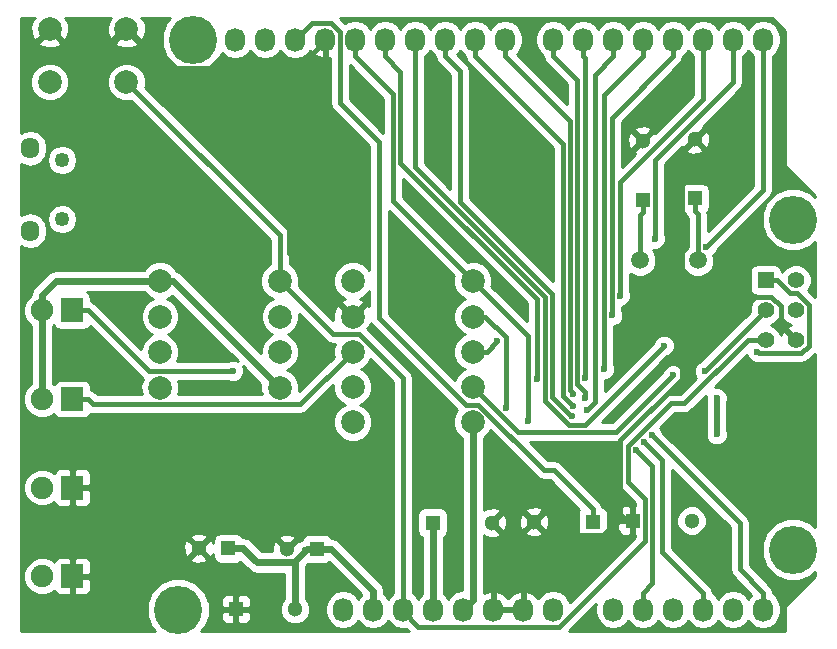
<source format=gbr>
G04 #@! TF.FileFunction,Copper,L2,Bot,Signal*
%FSLAX46Y46*%
G04 Gerber Fmt 4.6, Leading zero omitted, Abs format (unit mm)*
G04 Created by KiCad (PCBNEW 4.0.5+dfsg1-4) date Mon Jun 12 21:47:57 2017*
%MOMM*%
%LPD*%
G01*
G04 APERTURE LIST*
%ADD10C,0.100000*%
%ADD11C,1.501140*%
%ADD12O,1.727200X2.032000*%
%ADD13C,4.064000*%
%ADD14R,1.300000X1.300000*%
%ADD15C,1.300000*%
%ADD16O,1.250000X1.250000*%
%ADD17O,1.550000X1.800000*%
%ADD18R,1.397000X1.397000*%
%ADD19C,1.397000*%
%ADD20R,1.900000X2.000000*%
%ADD21C,1.900000*%
%ADD22C,2.000000*%
%ADD23C,1.998980*%
%ADD24C,0.600000*%
%ADD25C,0.550000*%
%ADD26C,0.400000*%
%ADD27C,0.600000*%
%ADD28C,0.254000*%
G04 APERTURE END LIST*
D10*
D11*
X164082060Y-94265000D03*
X168963940Y-94265000D03*
D12*
X138938000Y-123825000D03*
X141478000Y-123825000D03*
X144018000Y-123825000D03*
X146558000Y-123825000D03*
X149098000Y-123825000D03*
X151638000Y-123825000D03*
X154178000Y-123825000D03*
X156718000Y-123825000D03*
X161798000Y-123825000D03*
X164338000Y-123825000D03*
X166878000Y-123825000D03*
X169418000Y-123825000D03*
X171958000Y-123825000D03*
X174498000Y-123825000D03*
X129794000Y-75565000D03*
X132334000Y-75565000D03*
X134874000Y-75565000D03*
X137414000Y-75565000D03*
X139954000Y-75565000D03*
X142494000Y-75565000D03*
X145034000Y-75565000D03*
X147574000Y-75565000D03*
X150114000Y-75565000D03*
X152654000Y-75565000D03*
X156718000Y-75565000D03*
X159258000Y-75565000D03*
X161798000Y-75565000D03*
X164338000Y-75565000D03*
X166878000Y-75565000D03*
X169418000Y-75565000D03*
X171958000Y-75565000D03*
X174498000Y-75565000D03*
D13*
X124968000Y-123825000D03*
X177038000Y-118745000D03*
X126238000Y-75565000D03*
X177038000Y-90805000D03*
D14*
X164298000Y-89140000D03*
D15*
X164298000Y-84140000D03*
D14*
X168698000Y-89015000D03*
D15*
X168698000Y-84015000D03*
D14*
X136698000Y-118690000D03*
D15*
X134198000Y-118690000D03*
D14*
X160098000Y-116390000D03*
D15*
X155098000Y-116390000D03*
D14*
X129873000Y-123790000D03*
D15*
X134873000Y-123790000D03*
D14*
X163448000Y-116290000D03*
D15*
X168448000Y-116290000D03*
D16*
X115160540Y-85764100D03*
X115160540Y-90764100D03*
D17*
X112460540Y-84764100D03*
X112460540Y-91764100D03*
D18*
X174728000Y-95925000D03*
D19*
X177268000Y-95925000D03*
X174728000Y-98465000D03*
X177268000Y-98465000D03*
X174728000Y-101005000D03*
X177268000Y-101005000D03*
D20*
X116000000Y-98500000D03*
D21*
X113460000Y-98500000D03*
D20*
X116000000Y-106000000D03*
D21*
X113460000Y-106000000D03*
D20*
X116000000Y-113500000D03*
D21*
X113460000Y-113500000D03*
D20*
X116000000Y-121000000D03*
D21*
X113460000Y-121000000D03*
D22*
X114098000Y-79165000D03*
X114098000Y-74665000D03*
X120598000Y-79165000D03*
X120598000Y-74665000D03*
D23*
X123423000Y-95990000D03*
X133583000Y-95990000D03*
X133598000Y-99015000D03*
X123438000Y-99015000D03*
X133598000Y-102015000D03*
X123438000Y-102015000D03*
X123423000Y-105040000D03*
X133583000Y-105040000D03*
X139748000Y-107965000D03*
X149908000Y-107965000D03*
X139748000Y-104965000D03*
X149908000Y-104965000D03*
X139748000Y-101990000D03*
X149908000Y-101990000D03*
X139748000Y-99015000D03*
X149908000Y-99015000D03*
X139748000Y-95990000D03*
X149908000Y-95990000D03*
D14*
X129223000Y-118640000D03*
D15*
X126723000Y-118640000D03*
D14*
X146523000Y-116465000D03*
D15*
X151523000Y-116465000D03*
D24*
X155448000Y-92786200D03*
X141224000Y-80695800D03*
X146761200Y-80645000D03*
X151079200Y-80594200D03*
X148488400Y-92837000D03*
X117805200Y-94615000D03*
X118516400Y-92633800D03*
X120243600Y-97358200D03*
X136144000Y-102082600D03*
X125476000Y-105029000D03*
X126847600Y-101930200D03*
X118872000Y-103149400D03*
X145643600Y-104571800D03*
X144627600Y-99034600D03*
X128168400Y-109042200D03*
X168249600Y-118897400D03*
X173837600Y-117170200D03*
X165074400Y-109075300D03*
X164454100Y-109641300D03*
X174026800Y-102008100D03*
X169566700Y-103626300D03*
X163773900Y-110321500D03*
X154585200Y-107889700D03*
X155321700Y-104290000D03*
X166119000Y-101483600D03*
X158302000Y-107456000D03*
X158389700Y-106589200D03*
X158446700Y-105584000D03*
X159413600Y-105899700D03*
X159423900Y-104232500D03*
X159598800Y-106920500D03*
X161021800Y-103490000D03*
X161729500Y-98924900D03*
X162397600Y-97256700D03*
X165348300Y-92439100D03*
X169684100Y-93089400D03*
X166868000Y-103996100D03*
X152012900Y-101091500D03*
X152727600Y-106769300D03*
X129612000Y-103640100D03*
X170561000Y-108990000D03*
X170561000Y-105918000D03*
D25*
X151079200Y-88417400D02*
X155448000Y-92786200D01*
X151079200Y-80594200D02*
X151079200Y-88417400D01*
X118516400Y-93903800D02*
X117805200Y-94615000D01*
X120483200Y-74665000D02*
X118516400Y-76631800D01*
X118516400Y-76631800D02*
X118516400Y-92633800D01*
X118516400Y-92633800D02*
X118516400Y-93903800D01*
X120598000Y-74665000D02*
X120483200Y-74665000D01*
X116000000Y-113500000D02*
X123710600Y-113500000D01*
X123710600Y-113500000D02*
X128168400Y-109042200D01*
D26*
X134392800Y-77998400D02*
X135133000Y-77998400D01*
X135133000Y-77998400D02*
X137414000Y-75717400D01*
X137414000Y-75717400D02*
X137414000Y-75565000D01*
X134392800Y-93659800D02*
X134392800Y-77998400D01*
X139748000Y-99015000D02*
X134392800Y-93659800D01*
X123931400Y-77998400D02*
X134392800Y-77998400D01*
X120598000Y-74665000D02*
X123931400Y-77998400D01*
X163448000Y-116290000D02*
X162922900Y-116290000D01*
X175195400Y-97362700D02*
X167634000Y-97362700D01*
X175998000Y-98165300D02*
X175195400Y-97362700D01*
X175998000Y-99735000D02*
X175998000Y-98165300D01*
X177268000Y-101005000D02*
X175998000Y-99735000D01*
X167634000Y-85079000D02*
X168698000Y-84015000D01*
X167634000Y-97362700D02*
X167634000Y-85079000D01*
X156204300Y-117496300D02*
X155098000Y-116390000D01*
X160960300Y-117496300D02*
X156204300Y-117496300D01*
X162544800Y-115911800D02*
X160960300Y-117496300D01*
X162922900Y-116290000D02*
X162544800Y-115911800D01*
X167634000Y-104290300D02*
X167634000Y-97362700D01*
X162418700Y-109505600D02*
X167634000Y-104290300D01*
X162418700Y-115785800D02*
X162418700Y-109505600D01*
X162544800Y-115911800D02*
X162418700Y-115785800D01*
X116000000Y-113500000D02*
X116000000Y-121000000D01*
X172523000Y-116523900D02*
X165074400Y-109075300D01*
X174498000Y-123825000D02*
X174498000Y-122409000D01*
X174498000Y-122409000D02*
X172523000Y-120434000D01*
X172523000Y-120434000D02*
X172523000Y-116523900D01*
X169418000Y-123825000D02*
X169418000Y-122409000D01*
X169418000Y-122409000D02*
X165961900Y-118952900D01*
X165961900Y-118952900D02*
X165961900Y-111149000D01*
X165961900Y-111149000D02*
X165961800Y-111149000D01*
X165961800Y-111149000D02*
X164454100Y-109641300D01*
X150390000Y-106465000D02*
X155940000Y-112015000D01*
X160098000Y-116390000D02*
X160098000Y-115340000D01*
X160098000Y-115340000D02*
X156773000Y-112015000D01*
X156773000Y-112015000D02*
X155940000Y-112015000D01*
X149323400Y-106465000D02*
X150390000Y-106465000D01*
X141984200Y-99125800D02*
X149323400Y-106465000D01*
X141984200Y-84254800D02*
X141984200Y-99125800D01*
X138684000Y-80954600D02*
X141984200Y-84254800D01*
X138684000Y-74884700D02*
X138684000Y-80954600D01*
X137933600Y-74134300D02*
X138684000Y-74884700D01*
X136304700Y-74134300D02*
X137933600Y-74134300D01*
X134874000Y-75565000D02*
X136304700Y-74134300D01*
X164082100Y-90406200D02*
X164298000Y-90190300D01*
X164082100Y-94265000D02*
X164082100Y-90406200D01*
X164298000Y-89140000D02*
X164298000Y-90190300D01*
X168963900Y-90331200D02*
X168698000Y-90065300D01*
X168963900Y-94265000D02*
X168963900Y-90331200D01*
X168698000Y-89015000D02*
X168698000Y-90065300D01*
D27*
X134873000Y-123790000D02*
X134873000Y-119963000D01*
X134873000Y-119963000D02*
X134750001Y-119840001D01*
X136698000Y-118690000D02*
X135900002Y-118690000D01*
X135900002Y-118690000D02*
X134750001Y-119840001D01*
X134750001Y-119840001D02*
X131673001Y-119840001D01*
X131673001Y-119840001D02*
X130473000Y-118640000D01*
X130473000Y-118640000D02*
X129223000Y-118640000D01*
X141478000Y-123825000D02*
X141478000Y-122220000D01*
X141478000Y-122220000D02*
X137948000Y-118690000D01*
X137948000Y-118690000D02*
X136698000Y-118690000D01*
X149908000Y-107965000D02*
X149908000Y-123015000D01*
X149908000Y-123015000D02*
X149098000Y-123825000D01*
X133583000Y-105040000D02*
X124533000Y-95990000D01*
X124533000Y-95990000D02*
X123423000Y-95990000D01*
X113460000Y-98500000D02*
X113460000Y-106000000D01*
X113460000Y-98500000D02*
X113460000Y-97156498D01*
X113460000Y-97156498D02*
X114626498Y-95990000D01*
X114626498Y-95990000D02*
X122009508Y-95990000D01*
X122009508Y-95990000D02*
X123423000Y-95990000D01*
D26*
X136698000Y-118690000D02*
X135647700Y-118690000D01*
X129223000Y-118640000D02*
X130273300Y-118640000D01*
X134873000Y-119740400D02*
X134873000Y-123790000D01*
X135647700Y-118965700D02*
X134873000Y-119740400D01*
X135647700Y-118690000D02*
X135647700Y-118965700D01*
X131373700Y-119740400D02*
X130273300Y-118640000D01*
X134873000Y-119740400D02*
X131373700Y-119740400D01*
X174728000Y-95925000D02*
X175642218Y-95925000D01*
X177381400Y-97023800D02*
X178388700Y-98031100D01*
X175642218Y-95925000D02*
X176741018Y-97023800D01*
X176741018Y-97023800D02*
X177381400Y-97023800D01*
X178388700Y-98031100D02*
X178388700Y-101473500D01*
X178388700Y-101473500D02*
X177752500Y-102109700D01*
X174128400Y-102109700D02*
X174026800Y-102008100D01*
X177752500Y-102109700D02*
X174128400Y-102109700D01*
X174728000Y-98465000D02*
X169566700Y-103626300D01*
X144018000Y-123825000D02*
X144018000Y-123977400D01*
X144018000Y-123977400D02*
X145301500Y-125260900D01*
X167820800Y-106380000D02*
X173195800Y-101005000D01*
X145301500Y-125260900D02*
X157252500Y-125260900D01*
X166671900Y-106380000D02*
X167820800Y-106380000D01*
X157252500Y-125260900D02*
X164498400Y-118015000D01*
X163069900Y-109982000D02*
X166671900Y-106380000D01*
X164498400Y-118015000D02*
X164498400Y-114438400D01*
X164498400Y-114438400D02*
X163069900Y-113009900D01*
X163069900Y-113009900D02*
X163069900Y-109982000D01*
X173195800Y-101005000D02*
X174728000Y-101005000D01*
X133583000Y-92150000D02*
X133583000Y-95990000D01*
X120598000Y-79165000D02*
X133583000Y-92150000D01*
X144018000Y-104205100D02*
X144018000Y-123825000D01*
X140315400Y-100502500D02*
X144018000Y-104205100D01*
X138095500Y-100502500D02*
X140315400Y-100502500D01*
X133583000Y-95990000D02*
X138095500Y-100502500D01*
X164338000Y-123825000D02*
X164338000Y-122408700D01*
X165135400Y-111683000D02*
X163773900Y-110321500D01*
X165135400Y-121611300D02*
X165135400Y-111683000D01*
X164338000Y-122408700D02*
X165135400Y-121611300D01*
X139954000Y-75565000D02*
X139954000Y-76981000D01*
X139954000Y-76981000D02*
X143184900Y-80211900D01*
X143184900Y-80211900D02*
X143184900Y-89266900D01*
X143184900Y-89266900D02*
X149908000Y-95990000D01*
X154585200Y-100667200D02*
X154585200Y-107889700D01*
X149908000Y-95990000D02*
X154585200Y-100667200D01*
X142494000Y-75565000D02*
X142494000Y-76981300D01*
X143785200Y-78272500D02*
X142494000Y-76981300D01*
X143785200Y-85991900D02*
X143785200Y-78272500D01*
X155321700Y-97528400D02*
X143785200Y-85991900D01*
X155321700Y-104290000D02*
X155321700Y-97528400D01*
X145034000Y-86391600D02*
X145034000Y-75565000D01*
X156022100Y-97379700D02*
X145034000Y-86391600D01*
X156022100Y-106166400D02*
X156022100Y-97379700D01*
X158048900Y-108193200D02*
X156022100Y-106166400D01*
X159409400Y-108193200D02*
X158048900Y-108193200D01*
X166119000Y-101483600D02*
X159409400Y-108193200D01*
X147574000Y-75565000D02*
X147574000Y-76981000D01*
X147574000Y-76981000D02*
X148837900Y-78244900D01*
X148837900Y-78244900D02*
X148837900Y-89328800D01*
X148837900Y-89328800D02*
X156622400Y-97113300D01*
X156622400Y-97113300D02*
X156622400Y-105825100D01*
X156622400Y-105825100D02*
X158253300Y-107456000D01*
X158253300Y-107456000D02*
X158302000Y-107456000D01*
X150114000Y-75565000D02*
X150114000Y-76981000D01*
X150114000Y-76981000D02*
X157522900Y-84389900D01*
X157522900Y-84389900D02*
X157522900Y-105722400D01*
X157522900Y-105722400D02*
X158389700Y-106589200D01*
X152654000Y-75565000D02*
X152654000Y-76981000D01*
X152654000Y-76981000D02*
X158123200Y-82450200D01*
X158123200Y-82450200D02*
X158123200Y-105260500D01*
X158123200Y-105260500D02*
X158446700Y-105584000D01*
X156718000Y-75565000D02*
X156718000Y-76981000D01*
X159413600Y-105393200D02*
X159413600Y-105899700D01*
X156718000Y-76981000D02*
X158723500Y-78986500D01*
X158723500Y-78986500D02*
X158723500Y-104703100D01*
X158723500Y-104703100D02*
X159413600Y-105393200D01*
X159258000Y-75565000D02*
X159258000Y-76981300D01*
X159423900Y-77147200D02*
X159258000Y-76981300D01*
X159423900Y-104232500D02*
X159423900Y-77147200D01*
X161798000Y-75565000D02*
X161798000Y-76981300D01*
X160253400Y-106265900D02*
X159598800Y-106920500D01*
X160253400Y-78525900D02*
X160253400Y-106265900D01*
X161798000Y-76981300D02*
X160253400Y-78525900D01*
X164338000Y-75565000D02*
X164338000Y-76981300D01*
X161021800Y-80297500D02*
X161021800Y-103490000D01*
X164338000Y-76981300D02*
X161021800Y-80297500D01*
X166878000Y-75565000D02*
X166878000Y-76981000D01*
X166878000Y-76981000D02*
X161683300Y-82175700D01*
X161683300Y-82175700D02*
X161683300Y-98878700D01*
X161683300Y-98878700D02*
X161729500Y-98924900D01*
X169418000Y-75565000D02*
X169418000Y-80608800D01*
X169418000Y-80608800D02*
X162397600Y-87629200D01*
X162397600Y-87629200D02*
X162397600Y-97256700D01*
X165348300Y-85771000D02*
X165348300Y-92439100D01*
X171958000Y-79161300D02*
X165348300Y-85771000D01*
X171958000Y-75565000D02*
X171958000Y-79161300D01*
X174498000Y-88275500D02*
X169684100Y-93089400D01*
X174498000Y-75565000D02*
X174498000Y-88275500D01*
X162070600Y-108793500D02*
X166868000Y-103996100D01*
X153736500Y-108793500D02*
X162070600Y-108793500D01*
X149908000Y-104965000D02*
X153736500Y-108793500D01*
X151114400Y-101990000D02*
X152012900Y-101091500D01*
X149908000Y-101990000D02*
X151114400Y-101990000D01*
X152727600Y-100776300D02*
X152727600Y-106769300D01*
X150966300Y-99015000D02*
X152727600Y-100776300D01*
X149908000Y-99015000D02*
X150966300Y-99015000D01*
D27*
X146558000Y-123825000D02*
X146558000Y-116500000D01*
X146558000Y-116500000D02*
X146523000Y-116465000D01*
D26*
X116000000Y-98500000D02*
X117350300Y-98500000D01*
X122490400Y-103640100D02*
X129612000Y-103640100D01*
X117350300Y-98500000D02*
X122490400Y-103640100D01*
X117803200Y-106452900D02*
X117350300Y-106000000D01*
X135285100Y-106452900D02*
X117803200Y-106452900D01*
X139748000Y-101990000D02*
X135285100Y-106452900D01*
X116000000Y-106000000D02*
X117350300Y-106000000D01*
D25*
X170561000Y-105918000D02*
X170561000Y-108990000D01*
D28*
G36*
X178868000Y-116803193D02*
X178550707Y-116485345D01*
X177570827Y-116078464D01*
X176509828Y-116077538D01*
X175529239Y-116482709D01*
X174778345Y-117232293D01*
X174371464Y-118212173D01*
X174370538Y-119273172D01*
X174775709Y-120253761D01*
X175525293Y-121004655D01*
X176505173Y-121411536D01*
X177566172Y-121412462D01*
X178546761Y-121007291D01*
X178868000Y-120686612D01*
X178868000Y-120990909D01*
X176535954Y-123322954D01*
X176382046Y-123553295D01*
X176328000Y-123825000D01*
X176328000Y-125655000D01*
X158039268Y-125655000D01*
X160360330Y-123333938D01*
X160299400Y-123640255D01*
X160299400Y-124009745D01*
X160413474Y-124583234D01*
X160738330Y-125069415D01*
X161224511Y-125394271D01*
X161798000Y-125508345D01*
X162371489Y-125394271D01*
X162857670Y-125069415D01*
X163068000Y-124754634D01*
X163278330Y-125069415D01*
X163764511Y-125394271D01*
X164338000Y-125508345D01*
X164911489Y-125394271D01*
X165397670Y-125069415D01*
X165608000Y-124754634D01*
X165818330Y-125069415D01*
X166304511Y-125394271D01*
X166878000Y-125508345D01*
X167451489Y-125394271D01*
X167937670Y-125069415D01*
X168148000Y-124754634D01*
X168358330Y-125069415D01*
X168844511Y-125394271D01*
X169418000Y-125508345D01*
X169991489Y-125394271D01*
X170477670Y-125069415D01*
X170688000Y-124754634D01*
X170898330Y-125069415D01*
X171384511Y-125394271D01*
X171958000Y-125508345D01*
X172531489Y-125394271D01*
X173017670Y-125069415D01*
X173228000Y-124754634D01*
X173438330Y-125069415D01*
X173924511Y-125394271D01*
X174498000Y-125508345D01*
X175071489Y-125394271D01*
X175557670Y-125069415D01*
X175882526Y-124583234D01*
X175996600Y-124009745D01*
X175996600Y-123640255D01*
X175882526Y-123066766D01*
X175557670Y-122580585D01*
X175333000Y-122430465D01*
X175333000Y-122409000D01*
X175313764Y-122312293D01*
X175269440Y-122089460D01*
X175088434Y-121818566D01*
X173358000Y-120088132D01*
X173358000Y-116523900D01*
X173294439Y-116204359D01*
X173113434Y-115933466D01*
X165966935Y-108786967D01*
X165867517Y-108546357D01*
X165777043Y-108455725D01*
X167017768Y-107215000D01*
X167820800Y-107215000D01*
X168140341Y-107151439D01*
X168411234Y-106970434D01*
X169626141Y-105755527D01*
X169625838Y-106103167D01*
X169651000Y-106164064D01*
X169651000Y-108743385D01*
X169626162Y-108803201D01*
X169625838Y-109175167D01*
X169767883Y-109518943D01*
X170030673Y-109782192D01*
X170374201Y-109924838D01*
X170746167Y-109925162D01*
X171089943Y-109783117D01*
X171353192Y-109520327D01*
X171495838Y-109176799D01*
X171496162Y-108804833D01*
X171471000Y-108743936D01*
X171471000Y-106164615D01*
X171495838Y-106104799D01*
X171496162Y-105732833D01*
X171354117Y-105389057D01*
X171091327Y-105125808D01*
X170747799Y-104983162D01*
X170398810Y-104982858D01*
X173119930Y-102261738D01*
X173233683Y-102537043D01*
X173496473Y-102800292D01*
X173840001Y-102942938D01*
X174120771Y-102943183D01*
X174128400Y-102944700D01*
X177752500Y-102944700D01*
X178072041Y-102881139D01*
X178342934Y-102700134D01*
X178868000Y-102175068D01*
X178868000Y-116803193D01*
X178868000Y-116803193D01*
G37*
X178868000Y-116803193D02*
X178550707Y-116485345D01*
X177570827Y-116078464D01*
X176509828Y-116077538D01*
X175529239Y-116482709D01*
X174778345Y-117232293D01*
X174371464Y-118212173D01*
X174370538Y-119273172D01*
X174775709Y-120253761D01*
X175525293Y-121004655D01*
X176505173Y-121411536D01*
X177566172Y-121412462D01*
X178546761Y-121007291D01*
X178868000Y-120686612D01*
X178868000Y-120990909D01*
X176535954Y-123322954D01*
X176382046Y-123553295D01*
X176328000Y-123825000D01*
X176328000Y-125655000D01*
X158039268Y-125655000D01*
X160360330Y-123333938D01*
X160299400Y-123640255D01*
X160299400Y-124009745D01*
X160413474Y-124583234D01*
X160738330Y-125069415D01*
X161224511Y-125394271D01*
X161798000Y-125508345D01*
X162371489Y-125394271D01*
X162857670Y-125069415D01*
X163068000Y-124754634D01*
X163278330Y-125069415D01*
X163764511Y-125394271D01*
X164338000Y-125508345D01*
X164911489Y-125394271D01*
X165397670Y-125069415D01*
X165608000Y-124754634D01*
X165818330Y-125069415D01*
X166304511Y-125394271D01*
X166878000Y-125508345D01*
X167451489Y-125394271D01*
X167937670Y-125069415D01*
X168148000Y-124754634D01*
X168358330Y-125069415D01*
X168844511Y-125394271D01*
X169418000Y-125508345D01*
X169991489Y-125394271D01*
X170477670Y-125069415D01*
X170688000Y-124754634D01*
X170898330Y-125069415D01*
X171384511Y-125394271D01*
X171958000Y-125508345D01*
X172531489Y-125394271D01*
X173017670Y-125069415D01*
X173228000Y-124754634D01*
X173438330Y-125069415D01*
X173924511Y-125394271D01*
X174498000Y-125508345D01*
X175071489Y-125394271D01*
X175557670Y-125069415D01*
X175882526Y-124583234D01*
X175996600Y-124009745D01*
X175996600Y-123640255D01*
X175882526Y-123066766D01*
X175557670Y-122580585D01*
X175333000Y-122430465D01*
X175333000Y-122409000D01*
X175313764Y-122312293D01*
X175269440Y-122089460D01*
X175088434Y-121818566D01*
X173358000Y-120088132D01*
X173358000Y-116523900D01*
X173294439Y-116204359D01*
X173113434Y-115933466D01*
X165966935Y-108786967D01*
X165867517Y-108546357D01*
X165777043Y-108455725D01*
X167017768Y-107215000D01*
X167820800Y-107215000D01*
X168140341Y-107151439D01*
X168411234Y-106970434D01*
X169626141Y-105755527D01*
X169625838Y-106103167D01*
X169651000Y-106164064D01*
X169651000Y-108743385D01*
X169626162Y-108803201D01*
X169625838Y-109175167D01*
X169767883Y-109518943D01*
X170030673Y-109782192D01*
X170374201Y-109924838D01*
X170746167Y-109925162D01*
X171089943Y-109783117D01*
X171353192Y-109520327D01*
X171495838Y-109176799D01*
X171496162Y-108804833D01*
X171471000Y-108743936D01*
X171471000Y-106164615D01*
X171495838Y-106104799D01*
X171496162Y-105732833D01*
X171354117Y-105389057D01*
X171091327Y-105125808D01*
X170747799Y-104983162D01*
X170398810Y-104982858D01*
X173119930Y-102261738D01*
X173233683Y-102537043D01*
X173496473Y-102800292D01*
X173840001Y-102942938D01*
X174120771Y-102943183D01*
X174128400Y-102944700D01*
X177752500Y-102944700D01*
X178072041Y-102881139D01*
X178342934Y-102700134D01*
X178868000Y-102175068D01*
X178868000Y-116803193D01*
G36*
X112678613Y-73790736D02*
X112452092Y-74400461D01*
X112476144Y-75050460D01*
X112678613Y-75539264D01*
X112945468Y-75637927D01*
X113918395Y-74665000D01*
X113904253Y-74650858D01*
X114083858Y-74471253D01*
X114098000Y-74485395D01*
X114112143Y-74471253D01*
X114291748Y-74650858D01*
X114277605Y-74665000D01*
X115250532Y-75637927D01*
X115517387Y-75539264D01*
X115743908Y-74929539D01*
X115719856Y-74279540D01*
X115517387Y-73790736D01*
X115366637Y-73735000D01*
X119329363Y-73735000D01*
X119178613Y-73790736D01*
X118952092Y-74400461D01*
X118976144Y-75050460D01*
X119178613Y-75539264D01*
X119445468Y-75637927D01*
X120418395Y-74665000D01*
X120404253Y-74650858D01*
X120583858Y-74471253D01*
X120598000Y-74485395D01*
X120612143Y-74471253D01*
X120791748Y-74650858D01*
X120777605Y-74665000D01*
X121750532Y-75637927D01*
X122017387Y-75539264D01*
X122243908Y-74929539D01*
X122219856Y-74279540D01*
X122017387Y-73790736D01*
X121866637Y-73735000D01*
X124296193Y-73735000D01*
X123978345Y-74052293D01*
X123571464Y-75032173D01*
X123570538Y-76093172D01*
X123975709Y-77073761D01*
X124725293Y-77824655D01*
X125705173Y-78231536D01*
X126766172Y-78232462D01*
X127746761Y-77827291D01*
X128497655Y-77077707D01*
X128657071Y-76693789D01*
X128734330Y-76809415D01*
X129220511Y-77134271D01*
X129794000Y-77248345D01*
X130367489Y-77134271D01*
X130853670Y-76809415D01*
X131064000Y-76494634D01*
X131274330Y-76809415D01*
X131760511Y-77134271D01*
X132334000Y-77248345D01*
X132907489Y-77134271D01*
X133393670Y-76809415D01*
X133604000Y-76494634D01*
X133814330Y-76809415D01*
X134300511Y-77134271D01*
X134874000Y-77248345D01*
X135447489Y-77134271D01*
X135933670Y-76809415D01*
X136140461Y-76499931D01*
X136511964Y-76915732D01*
X137039209Y-77169709D01*
X137054974Y-77172358D01*
X137287000Y-77051217D01*
X137287000Y-75692000D01*
X137267000Y-75692000D01*
X137267000Y-75438000D01*
X137287000Y-75438000D01*
X137287000Y-75418000D01*
X137541000Y-75418000D01*
X137541000Y-75438000D01*
X137561000Y-75438000D01*
X137561000Y-75692000D01*
X137541000Y-75692000D01*
X137541000Y-77051217D01*
X137773026Y-77172358D01*
X137788791Y-77169709D01*
X137849000Y-77140706D01*
X137849000Y-80954600D01*
X137912561Y-81274141D01*
X138025924Y-81443800D01*
X138093566Y-81545034D01*
X141149200Y-84600668D01*
X141149200Y-95101014D01*
X141134462Y-95065345D01*
X140675073Y-94605154D01*
X140074547Y-94355794D01*
X139424306Y-94355226D01*
X138823345Y-94603538D01*
X138363154Y-95062927D01*
X138113794Y-95663453D01*
X138113226Y-96313694D01*
X138361538Y-96914655D01*
X138820927Y-97374846D01*
X139114122Y-97496591D01*
X138874042Y-97596035D01*
X138775443Y-97862837D01*
X139748000Y-98835395D01*
X140720557Y-97862837D01*
X140621958Y-97596035D01*
X140368828Y-97502001D01*
X140672655Y-97376462D01*
X141132846Y-96917073D01*
X141149200Y-96877688D01*
X141149200Y-98134477D01*
X140900163Y-98042443D01*
X139927605Y-99015000D01*
X139941748Y-99029142D01*
X139762143Y-99208748D01*
X139748000Y-99194605D01*
X139733858Y-99208748D01*
X139554252Y-99029142D01*
X139568395Y-99015000D01*
X138595837Y-98042443D01*
X138329035Y-98141042D01*
X138102599Y-98750582D01*
X138124829Y-99350961D01*
X135180005Y-96406137D01*
X135217206Y-96316547D01*
X135217774Y-95666306D01*
X134969462Y-95065345D01*
X134510073Y-94605154D01*
X134418000Y-94566922D01*
X134418000Y-92150000D01*
X134354439Y-91830459D01*
X134173434Y-91559566D01*
X122195395Y-79581527D01*
X122232716Y-79491648D01*
X122233284Y-78841205D01*
X121984894Y-78240057D01*
X121525363Y-77779722D01*
X120924648Y-77530284D01*
X120274205Y-77529716D01*
X119673057Y-77778106D01*
X119212722Y-78237637D01*
X118963284Y-78838352D01*
X118962716Y-79488795D01*
X119211106Y-80089943D01*
X119670637Y-80550278D01*
X120271352Y-80799716D01*
X120921795Y-80800284D01*
X121014225Y-80762093D01*
X132748000Y-92495868D01*
X132748000Y-94566493D01*
X132658345Y-94603538D01*
X132198154Y-95062927D01*
X131948794Y-95663453D01*
X131948226Y-96313694D01*
X132196538Y-96914655D01*
X132655927Y-97374846D01*
X132970848Y-97505612D01*
X132673345Y-97628538D01*
X132213154Y-98087927D01*
X131963794Y-98688453D01*
X131963226Y-99338694D01*
X132211538Y-99939655D01*
X132670927Y-100399846D01*
X132948189Y-100514975D01*
X132673345Y-100628538D01*
X132213154Y-101087927D01*
X131963794Y-101688453D01*
X131963436Y-102098146D01*
X125194145Y-95328855D01*
X124890809Y-95126173D01*
X124829562Y-95113990D01*
X124809462Y-95065345D01*
X124350073Y-94605154D01*
X123749547Y-94355794D01*
X123099306Y-94355226D01*
X122498345Y-94603538D01*
X122046095Y-95055000D01*
X114626498Y-95055000D01*
X114268689Y-95126173D01*
X113965353Y-95328855D01*
X112798855Y-96495353D01*
X112596173Y-96798689D01*
X112525000Y-97156498D01*
X112525000Y-97193795D01*
X112117086Y-97600997D01*
X111875276Y-98183341D01*
X111874725Y-98813893D01*
X112115519Y-99396657D01*
X112525000Y-99806854D01*
X112525000Y-104693795D01*
X112117086Y-105100997D01*
X111875276Y-105683341D01*
X111874725Y-106313893D01*
X112115519Y-106896657D01*
X112560997Y-107342914D01*
X113143341Y-107584724D01*
X113773893Y-107585275D01*
X114356657Y-107344481D01*
X114454337Y-107246971D01*
X114585910Y-107451441D01*
X114798110Y-107596431D01*
X115050000Y-107647440D01*
X116950000Y-107647440D01*
X117185317Y-107603162D01*
X117401441Y-107464090D01*
X117546431Y-107251890D01*
X117549364Y-107237409D01*
X117803200Y-107287900D01*
X135285100Y-107287900D01*
X135604641Y-107224339D01*
X135875534Y-107043334D01*
X138113648Y-104805220D01*
X138113226Y-105288694D01*
X138361538Y-105889655D01*
X138820927Y-106349846D01*
X139098189Y-106464975D01*
X138823345Y-106578538D01*
X138363154Y-107037927D01*
X138113794Y-107638453D01*
X138113226Y-108288694D01*
X138361538Y-108889655D01*
X138820927Y-109349846D01*
X139421453Y-109599206D01*
X140071694Y-109599774D01*
X140672655Y-109351462D01*
X141132846Y-108892073D01*
X141382206Y-108291547D01*
X141382774Y-107641306D01*
X141134462Y-107040345D01*
X140675073Y-106580154D01*
X140397811Y-106465025D01*
X140672655Y-106351462D01*
X141132846Y-105892073D01*
X141382206Y-105291547D01*
X141382774Y-104641306D01*
X141134462Y-104040345D01*
X140675073Y-103580154D01*
X140427989Y-103477556D01*
X140672655Y-103376462D01*
X141132846Y-102917073D01*
X141254978Y-102622946D01*
X143183000Y-104550968D01*
X143183000Y-122430465D01*
X142958330Y-122580585D01*
X142748000Y-122895366D01*
X142537670Y-122580585D01*
X142413000Y-122497283D01*
X142413000Y-122220000D01*
X142341827Y-121862191D01*
X142139145Y-121558855D01*
X138609145Y-118028855D01*
X138305809Y-117826173D01*
X137948000Y-117755000D01*
X137919192Y-117755000D01*
X137812090Y-117588559D01*
X137599890Y-117443569D01*
X137348000Y-117392560D01*
X136048000Y-117392560D01*
X135812683Y-117436838D01*
X135596559Y-117575910D01*
X135451569Y-117788110D01*
X135429223Y-117898458D01*
X135328159Y-117918561D01*
X135209605Y-117997776D01*
X135097016Y-117970590D01*
X134377605Y-118690000D01*
X134391748Y-118704142D01*
X134212143Y-118883748D01*
X134198000Y-118869605D01*
X134183858Y-118883748D01*
X134004253Y-118704143D01*
X134018395Y-118690000D01*
X133298984Y-117970590D01*
X133068389Y-118026271D01*
X132900378Y-118509078D01*
X132923294Y-118905001D01*
X132060291Y-118905001D01*
X131134145Y-117978855D01*
X130852976Y-117790984D01*
X133478590Y-117790984D01*
X134198000Y-118510395D01*
X134917410Y-117790984D01*
X134861729Y-117560389D01*
X134378922Y-117392378D01*
X133868572Y-117421917D01*
X133534271Y-117560389D01*
X133478590Y-117790984D01*
X130852976Y-117790984D01*
X130830809Y-117776173D01*
X130473000Y-117705000D01*
X130444192Y-117705000D01*
X130337090Y-117538559D01*
X130124890Y-117393569D01*
X129873000Y-117342560D01*
X128573000Y-117342560D01*
X128337683Y-117386838D01*
X128121559Y-117525910D01*
X127976569Y-117738110D01*
X127925560Y-117990000D01*
X127925560Y-118152385D01*
X127852611Y-117976271D01*
X127622016Y-117920590D01*
X126902605Y-118640000D01*
X127622016Y-119359410D01*
X127852611Y-119303729D01*
X127925560Y-119094098D01*
X127925560Y-119290000D01*
X127969838Y-119525317D01*
X128108910Y-119741441D01*
X128321110Y-119886431D01*
X128573000Y-119937440D01*
X129873000Y-119937440D01*
X130108317Y-119893162D01*
X130252692Y-119800260D01*
X130783266Y-120330834D01*
X130958897Y-120448187D01*
X131011856Y-120501146D01*
X131315192Y-120703828D01*
X131673001Y-120775001D01*
X133938000Y-120775001D01*
X133938000Y-122907689D01*
X133784265Y-123061155D01*
X133588223Y-123533276D01*
X133587777Y-124044481D01*
X133782995Y-124516943D01*
X134144155Y-124878735D01*
X134616276Y-125074777D01*
X135127481Y-125075223D01*
X135599943Y-124880005D01*
X135961735Y-124518845D01*
X136157777Y-124046724D01*
X136158223Y-123535519D01*
X135963005Y-123063057D01*
X135808000Y-122907781D01*
X135808000Y-120104292D01*
X135945590Y-119966702D01*
X136048000Y-119987440D01*
X137348000Y-119987440D01*
X137583317Y-119943162D01*
X137763152Y-119827442D01*
X140477056Y-122541346D01*
X140418330Y-122580585D01*
X140208000Y-122895366D01*
X139997670Y-122580585D01*
X139511489Y-122255729D01*
X138938000Y-122141655D01*
X138364511Y-122255729D01*
X137878330Y-122580585D01*
X137553474Y-123066766D01*
X137439400Y-123640255D01*
X137439400Y-124009745D01*
X137553474Y-124583234D01*
X137878330Y-125069415D01*
X138364511Y-125394271D01*
X138938000Y-125508345D01*
X139511489Y-125394271D01*
X139997670Y-125069415D01*
X140208000Y-124754634D01*
X140418330Y-125069415D01*
X140904511Y-125394271D01*
X141478000Y-125508345D01*
X142051489Y-125394271D01*
X142537670Y-125069415D01*
X142748000Y-124754634D01*
X142958330Y-125069415D01*
X143444511Y-125394271D01*
X144018000Y-125508345D01*
X144309996Y-125450264D01*
X144514732Y-125655000D01*
X126909807Y-125655000D01*
X127227655Y-125337707D01*
X127634536Y-124357827D01*
X127634782Y-124075750D01*
X128588000Y-124075750D01*
X128588000Y-124566310D01*
X128684673Y-124799699D01*
X128863302Y-124978327D01*
X129096691Y-125075000D01*
X129587250Y-125075000D01*
X129746000Y-124916250D01*
X129746000Y-123917000D01*
X130000000Y-123917000D01*
X130000000Y-124916250D01*
X130158750Y-125075000D01*
X130649309Y-125075000D01*
X130882698Y-124978327D01*
X131061327Y-124799699D01*
X131158000Y-124566310D01*
X131158000Y-124075750D01*
X130999250Y-123917000D01*
X130000000Y-123917000D01*
X129746000Y-123917000D01*
X128746750Y-123917000D01*
X128588000Y-124075750D01*
X127634782Y-124075750D01*
X127635462Y-123296828D01*
X127518472Y-123013690D01*
X128588000Y-123013690D01*
X128588000Y-123504250D01*
X128746750Y-123663000D01*
X129746000Y-123663000D01*
X129746000Y-122663750D01*
X130000000Y-122663750D01*
X130000000Y-123663000D01*
X130999250Y-123663000D01*
X131158000Y-123504250D01*
X131158000Y-123013690D01*
X131061327Y-122780301D01*
X130882698Y-122601673D01*
X130649309Y-122505000D01*
X130158750Y-122505000D01*
X130000000Y-122663750D01*
X129746000Y-122663750D01*
X129587250Y-122505000D01*
X129096691Y-122505000D01*
X128863302Y-122601673D01*
X128684673Y-122780301D01*
X128588000Y-123013690D01*
X127518472Y-123013690D01*
X127230291Y-122316239D01*
X126480707Y-121565345D01*
X125500827Y-121158464D01*
X124439828Y-121157538D01*
X123459239Y-121562709D01*
X122708345Y-122312293D01*
X122301464Y-123292173D01*
X122300538Y-124353172D01*
X122705709Y-125333761D01*
X123026388Y-125655000D01*
X111708000Y-125655000D01*
X111708000Y-121313893D01*
X111874725Y-121313893D01*
X112115519Y-121896657D01*
X112560997Y-122342914D01*
X113143341Y-122584724D01*
X113773893Y-122585275D01*
X114356657Y-122344481D01*
X114461867Y-122239455D01*
X114511673Y-122359698D01*
X114690301Y-122538327D01*
X114923690Y-122635000D01*
X115714250Y-122635000D01*
X115873000Y-122476250D01*
X115873000Y-121127000D01*
X116127000Y-121127000D01*
X116127000Y-122476250D01*
X116285750Y-122635000D01*
X117076310Y-122635000D01*
X117309699Y-122538327D01*
X117488327Y-122359698D01*
X117585000Y-122126309D01*
X117585000Y-121285750D01*
X117426250Y-121127000D01*
X116127000Y-121127000D01*
X115873000Y-121127000D01*
X115853000Y-121127000D01*
X115853000Y-120873000D01*
X115873000Y-120873000D01*
X115873000Y-119523750D01*
X116127000Y-119523750D01*
X116127000Y-120873000D01*
X117426250Y-120873000D01*
X117585000Y-120714250D01*
X117585000Y-119873691D01*
X117488327Y-119640302D01*
X117387042Y-119539016D01*
X126003590Y-119539016D01*
X126059271Y-119769611D01*
X126542078Y-119937622D01*
X127052428Y-119908083D01*
X127386729Y-119769611D01*
X127442410Y-119539016D01*
X126723000Y-118819605D01*
X126003590Y-119539016D01*
X117387042Y-119539016D01*
X117309699Y-119461673D01*
X117076310Y-119365000D01*
X116285750Y-119365000D01*
X116127000Y-119523750D01*
X115873000Y-119523750D01*
X115714250Y-119365000D01*
X114923690Y-119365000D01*
X114690301Y-119461673D01*
X114511673Y-119640302D01*
X114461988Y-119760251D01*
X114359003Y-119657086D01*
X113776659Y-119415276D01*
X113146107Y-119414725D01*
X112563343Y-119655519D01*
X112117086Y-120100997D01*
X111875276Y-120683341D01*
X111874725Y-121313893D01*
X111708000Y-121313893D01*
X111708000Y-118459078D01*
X125425378Y-118459078D01*
X125454917Y-118969428D01*
X125593389Y-119303729D01*
X125823984Y-119359410D01*
X126543395Y-118640000D01*
X125823984Y-117920590D01*
X125593389Y-117976271D01*
X125425378Y-118459078D01*
X111708000Y-118459078D01*
X111708000Y-117740984D01*
X126003590Y-117740984D01*
X126723000Y-118460395D01*
X127442410Y-117740984D01*
X127386729Y-117510389D01*
X126903922Y-117342378D01*
X126393572Y-117371917D01*
X126059271Y-117510389D01*
X126003590Y-117740984D01*
X111708000Y-117740984D01*
X111708000Y-113813893D01*
X111874725Y-113813893D01*
X112115519Y-114396657D01*
X112560997Y-114842914D01*
X113143341Y-115084724D01*
X113773893Y-115085275D01*
X114356657Y-114844481D01*
X114461867Y-114739455D01*
X114511673Y-114859698D01*
X114690301Y-115038327D01*
X114923690Y-115135000D01*
X115714250Y-115135000D01*
X115873000Y-114976250D01*
X115873000Y-113627000D01*
X116127000Y-113627000D01*
X116127000Y-114976250D01*
X116285750Y-115135000D01*
X117076310Y-115135000D01*
X117309699Y-115038327D01*
X117488327Y-114859698D01*
X117585000Y-114626309D01*
X117585000Y-113785750D01*
X117426250Y-113627000D01*
X116127000Y-113627000D01*
X115873000Y-113627000D01*
X115853000Y-113627000D01*
X115853000Y-113373000D01*
X115873000Y-113373000D01*
X115873000Y-112023750D01*
X116127000Y-112023750D01*
X116127000Y-113373000D01*
X117426250Y-113373000D01*
X117585000Y-113214250D01*
X117585000Y-112373691D01*
X117488327Y-112140302D01*
X117309699Y-111961673D01*
X117076310Y-111865000D01*
X116285750Y-111865000D01*
X116127000Y-112023750D01*
X115873000Y-112023750D01*
X115714250Y-111865000D01*
X114923690Y-111865000D01*
X114690301Y-111961673D01*
X114511673Y-112140302D01*
X114461988Y-112260251D01*
X114359003Y-112157086D01*
X113776659Y-111915276D01*
X113146107Y-111914725D01*
X112563343Y-112155519D01*
X112117086Y-112600997D01*
X111875276Y-113183341D01*
X111874725Y-113813893D01*
X111708000Y-113813893D01*
X111708000Y-93079550D01*
X111920956Y-93221842D01*
X112460540Y-93329172D01*
X113000124Y-93221842D01*
X113457561Y-92916193D01*
X113763210Y-92458756D01*
X113870540Y-91919172D01*
X113870540Y-91609028D01*
X113763210Y-91069444D01*
X113559187Y-90764100D01*
X113875855Y-90764100D01*
X113971767Y-91246281D01*
X114244900Y-91655055D01*
X114653674Y-91928188D01*
X115135855Y-92024100D01*
X115185225Y-92024100D01*
X115667406Y-91928188D01*
X116076180Y-91655055D01*
X116349313Y-91246281D01*
X116445225Y-90764100D01*
X116349313Y-90281919D01*
X116076180Y-89873145D01*
X115667406Y-89600012D01*
X115185225Y-89504100D01*
X115135855Y-89504100D01*
X114653674Y-89600012D01*
X114244900Y-89873145D01*
X113971767Y-90281919D01*
X113875855Y-90764100D01*
X113559187Y-90764100D01*
X113457561Y-90612007D01*
X113000124Y-90306358D01*
X112460540Y-90199028D01*
X111920956Y-90306358D01*
X111708000Y-90448650D01*
X111708000Y-86079550D01*
X111920956Y-86221842D01*
X112460540Y-86329172D01*
X113000124Y-86221842D01*
X113457561Y-85916193D01*
X113559186Y-85764100D01*
X113875855Y-85764100D01*
X113971767Y-86246281D01*
X114244900Y-86655055D01*
X114653674Y-86928188D01*
X115135855Y-87024100D01*
X115185225Y-87024100D01*
X115667406Y-86928188D01*
X116076180Y-86655055D01*
X116349313Y-86246281D01*
X116445225Y-85764100D01*
X116349313Y-85281919D01*
X116076180Y-84873145D01*
X115667406Y-84600012D01*
X115185225Y-84504100D01*
X115135855Y-84504100D01*
X114653674Y-84600012D01*
X114244900Y-84873145D01*
X113971767Y-85281919D01*
X113875855Y-85764100D01*
X113559186Y-85764100D01*
X113763210Y-85458756D01*
X113870540Y-84919172D01*
X113870540Y-84609028D01*
X113763210Y-84069444D01*
X113457561Y-83612007D01*
X113000124Y-83306358D01*
X112460540Y-83199028D01*
X111920956Y-83306358D01*
X111708000Y-83448650D01*
X111708000Y-79488795D01*
X112462716Y-79488795D01*
X112711106Y-80089943D01*
X113170637Y-80550278D01*
X113771352Y-80799716D01*
X114421795Y-80800284D01*
X115022943Y-80551894D01*
X115483278Y-80092363D01*
X115732716Y-79491648D01*
X115733284Y-78841205D01*
X115484894Y-78240057D01*
X115025363Y-77779722D01*
X114424648Y-77530284D01*
X113774205Y-77529716D01*
X113173057Y-77778106D01*
X112712722Y-78237637D01*
X112463284Y-78838352D01*
X112462716Y-79488795D01*
X111708000Y-79488795D01*
X111708000Y-75817532D01*
X113125073Y-75817532D01*
X113223736Y-76084387D01*
X113833461Y-76310908D01*
X114483460Y-76286856D01*
X114972264Y-76084387D01*
X115070927Y-75817532D01*
X119625073Y-75817532D01*
X119723736Y-76084387D01*
X120333461Y-76310908D01*
X120983460Y-76286856D01*
X121472264Y-76084387D01*
X121570927Y-75817532D01*
X120598000Y-74844605D01*
X119625073Y-75817532D01*
X115070927Y-75817532D01*
X114098000Y-74844605D01*
X113125073Y-75817532D01*
X111708000Y-75817532D01*
X111708000Y-73735000D01*
X112829363Y-73735000D01*
X112678613Y-73790736D01*
X112678613Y-73790736D01*
G37*
X112678613Y-73790736D02*
X112452092Y-74400461D01*
X112476144Y-75050460D01*
X112678613Y-75539264D01*
X112945468Y-75637927D01*
X113918395Y-74665000D01*
X113904253Y-74650858D01*
X114083858Y-74471253D01*
X114098000Y-74485395D01*
X114112143Y-74471253D01*
X114291748Y-74650858D01*
X114277605Y-74665000D01*
X115250532Y-75637927D01*
X115517387Y-75539264D01*
X115743908Y-74929539D01*
X115719856Y-74279540D01*
X115517387Y-73790736D01*
X115366637Y-73735000D01*
X119329363Y-73735000D01*
X119178613Y-73790736D01*
X118952092Y-74400461D01*
X118976144Y-75050460D01*
X119178613Y-75539264D01*
X119445468Y-75637927D01*
X120418395Y-74665000D01*
X120404253Y-74650858D01*
X120583858Y-74471253D01*
X120598000Y-74485395D01*
X120612143Y-74471253D01*
X120791748Y-74650858D01*
X120777605Y-74665000D01*
X121750532Y-75637927D01*
X122017387Y-75539264D01*
X122243908Y-74929539D01*
X122219856Y-74279540D01*
X122017387Y-73790736D01*
X121866637Y-73735000D01*
X124296193Y-73735000D01*
X123978345Y-74052293D01*
X123571464Y-75032173D01*
X123570538Y-76093172D01*
X123975709Y-77073761D01*
X124725293Y-77824655D01*
X125705173Y-78231536D01*
X126766172Y-78232462D01*
X127746761Y-77827291D01*
X128497655Y-77077707D01*
X128657071Y-76693789D01*
X128734330Y-76809415D01*
X129220511Y-77134271D01*
X129794000Y-77248345D01*
X130367489Y-77134271D01*
X130853670Y-76809415D01*
X131064000Y-76494634D01*
X131274330Y-76809415D01*
X131760511Y-77134271D01*
X132334000Y-77248345D01*
X132907489Y-77134271D01*
X133393670Y-76809415D01*
X133604000Y-76494634D01*
X133814330Y-76809415D01*
X134300511Y-77134271D01*
X134874000Y-77248345D01*
X135447489Y-77134271D01*
X135933670Y-76809415D01*
X136140461Y-76499931D01*
X136511964Y-76915732D01*
X137039209Y-77169709D01*
X137054974Y-77172358D01*
X137287000Y-77051217D01*
X137287000Y-75692000D01*
X137267000Y-75692000D01*
X137267000Y-75438000D01*
X137287000Y-75438000D01*
X137287000Y-75418000D01*
X137541000Y-75418000D01*
X137541000Y-75438000D01*
X137561000Y-75438000D01*
X137561000Y-75692000D01*
X137541000Y-75692000D01*
X137541000Y-77051217D01*
X137773026Y-77172358D01*
X137788791Y-77169709D01*
X137849000Y-77140706D01*
X137849000Y-80954600D01*
X137912561Y-81274141D01*
X138025924Y-81443800D01*
X138093566Y-81545034D01*
X141149200Y-84600668D01*
X141149200Y-95101014D01*
X141134462Y-95065345D01*
X140675073Y-94605154D01*
X140074547Y-94355794D01*
X139424306Y-94355226D01*
X138823345Y-94603538D01*
X138363154Y-95062927D01*
X138113794Y-95663453D01*
X138113226Y-96313694D01*
X138361538Y-96914655D01*
X138820927Y-97374846D01*
X139114122Y-97496591D01*
X138874042Y-97596035D01*
X138775443Y-97862837D01*
X139748000Y-98835395D01*
X140720557Y-97862837D01*
X140621958Y-97596035D01*
X140368828Y-97502001D01*
X140672655Y-97376462D01*
X141132846Y-96917073D01*
X141149200Y-96877688D01*
X141149200Y-98134477D01*
X140900163Y-98042443D01*
X139927605Y-99015000D01*
X139941748Y-99029142D01*
X139762143Y-99208748D01*
X139748000Y-99194605D01*
X139733858Y-99208748D01*
X139554252Y-99029142D01*
X139568395Y-99015000D01*
X138595837Y-98042443D01*
X138329035Y-98141042D01*
X138102599Y-98750582D01*
X138124829Y-99350961D01*
X135180005Y-96406137D01*
X135217206Y-96316547D01*
X135217774Y-95666306D01*
X134969462Y-95065345D01*
X134510073Y-94605154D01*
X134418000Y-94566922D01*
X134418000Y-92150000D01*
X134354439Y-91830459D01*
X134173434Y-91559566D01*
X122195395Y-79581527D01*
X122232716Y-79491648D01*
X122233284Y-78841205D01*
X121984894Y-78240057D01*
X121525363Y-77779722D01*
X120924648Y-77530284D01*
X120274205Y-77529716D01*
X119673057Y-77778106D01*
X119212722Y-78237637D01*
X118963284Y-78838352D01*
X118962716Y-79488795D01*
X119211106Y-80089943D01*
X119670637Y-80550278D01*
X120271352Y-80799716D01*
X120921795Y-80800284D01*
X121014225Y-80762093D01*
X132748000Y-92495868D01*
X132748000Y-94566493D01*
X132658345Y-94603538D01*
X132198154Y-95062927D01*
X131948794Y-95663453D01*
X131948226Y-96313694D01*
X132196538Y-96914655D01*
X132655927Y-97374846D01*
X132970848Y-97505612D01*
X132673345Y-97628538D01*
X132213154Y-98087927D01*
X131963794Y-98688453D01*
X131963226Y-99338694D01*
X132211538Y-99939655D01*
X132670927Y-100399846D01*
X132948189Y-100514975D01*
X132673345Y-100628538D01*
X132213154Y-101087927D01*
X131963794Y-101688453D01*
X131963436Y-102098146D01*
X125194145Y-95328855D01*
X124890809Y-95126173D01*
X124829562Y-95113990D01*
X124809462Y-95065345D01*
X124350073Y-94605154D01*
X123749547Y-94355794D01*
X123099306Y-94355226D01*
X122498345Y-94603538D01*
X122046095Y-95055000D01*
X114626498Y-95055000D01*
X114268689Y-95126173D01*
X113965353Y-95328855D01*
X112798855Y-96495353D01*
X112596173Y-96798689D01*
X112525000Y-97156498D01*
X112525000Y-97193795D01*
X112117086Y-97600997D01*
X111875276Y-98183341D01*
X111874725Y-98813893D01*
X112115519Y-99396657D01*
X112525000Y-99806854D01*
X112525000Y-104693795D01*
X112117086Y-105100997D01*
X111875276Y-105683341D01*
X111874725Y-106313893D01*
X112115519Y-106896657D01*
X112560997Y-107342914D01*
X113143341Y-107584724D01*
X113773893Y-107585275D01*
X114356657Y-107344481D01*
X114454337Y-107246971D01*
X114585910Y-107451441D01*
X114798110Y-107596431D01*
X115050000Y-107647440D01*
X116950000Y-107647440D01*
X117185317Y-107603162D01*
X117401441Y-107464090D01*
X117546431Y-107251890D01*
X117549364Y-107237409D01*
X117803200Y-107287900D01*
X135285100Y-107287900D01*
X135604641Y-107224339D01*
X135875534Y-107043334D01*
X138113648Y-104805220D01*
X138113226Y-105288694D01*
X138361538Y-105889655D01*
X138820927Y-106349846D01*
X139098189Y-106464975D01*
X138823345Y-106578538D01*
X138363154Y-107037927D01*
X138113794Y-107638453D01*
X138113226Y-108288694D01*
X138361538Y-108889655D01*
X138820927Y-109349846D01*
X139421453Y-109599206D01*
X140071694Y-109599774D01*
X140672655Y-109351462D01*
X141132846Y-108892073D01*
X141382206Y-108291547D01*
X141382774Y-107641306D01*
X141134462Y-107040345D01*
X140675073Y-106580154D01*
X140397811Y-106465025D01*
X140672655Y-106351462D01*
X141132846Y-105892073D01*
X141382206Y-105291547D01*
X141382774Y-104641306D01*
X141134462Y-104040345D01*
X140675073Y-103580154D01*
X140427989Y-103477556D01*
X140672655Y-103376462D01*
X141132846Y-102917073D01*
X141254978Y-102622946D01*
X143183000Y-104550968D01*
X143183000Y-122430465D01*
X142958330Y-122580585D01*
X142748000Y-122895366D01*
X142537670Y-122580585D01*
X142413000Y-122497283D01*
X142413000Y-122220000D01*
X142341827Y-121862191D01*
X142139145Y-121558855D01*
X138609145Y-118028855D01*
X138305809Y-117826173D01*
X137948000Y-117755000D01*
X137919192Y-117755000D01*
X137812090Y-117588559D01*
X137599890Y-117443569D01*
X137348000Y-117392560D01*
X136048000Y-117392560D01*
X135812683Y-117436838D01*
X135596559Y-117575910D01*
X135451569Y-117788110D01*
X135429223Y-117898458D01*
X135328159Y-117918561D01*
X135209605Y-117997776D01*
X135097016Y-117970590D01*
X134377605Y-118690000D01*
X134391748Y-118704142D01*
X134212143Y-118883748D01*
X134198000Y-118869605D01*
X134183858Y-118883748D01*
X134004253Y-118704143D01*
X134018395Y-118690000D01*
X133298984Y-117970590D01*
X133068389Y-118026271D01*
X132900378Y-118509078D01*
X132923294Y-118905001D01*
X132060291Y-118905001D01*
X131134145Y-117978855D01*
X130852976Y-117790984D01*
X133478590Y-117790984D01*
X134198000Y-118510395D01*
X134917410Y-117790984D01*
X134861729Y-117560389D01*
X134378922Y-117392378D01*
X133868572Y-117421917D01*
X133534271Y-117560389D01*
X133478590Y-117790984D01*
X130852976Y-117790984D01*
X130830809Y-117776173D01*
X130473000Y-117705000D01*
X130444192Y-117705000D01*
X130337090Y-117538559D01*
X130124890Y-117393569D01*
X129873000Y-117342560D01*
X128573000Y-117342560D01*
X128337683Y-117386838D01*
X128121559Y-117525910D01*
X127976569Y-117738110D01*
X127925560Y-117990000D01*
X127925560Y-118152385D01*
X127852611Y-117976271D01*
X127622016Y-117920590D01*
X126902605Y-118640000D01*
X127622016Y-119359410D01*
X127852611Y-119303729D01*
X127925560Y-119094098D01*
X127925560Y-119290000D01*
X127969838Y-119525317D01*
X128108910Y-119741441D01*
X128321110Y-119886431D01*
X128573000Y-119937440D01*
X129873000Y-119937440D01*
X130108317Y-119893162D01*
X130252692Y-119800260D01*
X130783266Y-120330834D01*
X130958897Y-120448187D01*
X131011856Y-120501146D01*
X131315192Y-120703828D01*
X131673001Y-120775001D01*
X133938000Y-120775001D01*
X133938000Y-122907689D01*
X133784265Y-123061155D01*
X133588223Y-123533276D01*
X133587777Y-124044481D01*
X133782995Y-124516943D01*
X134144155Y-124878735D01*
X134616276Y-125074777D01*
X135127481Y-125075223D01*
X135599943Y-124880005D01*
X135961735Y-124518845D01*
X136157777Y-124046724D01*
X136158223Y-123535519D01*
X135963005Y-123063057D01*
X135808000Y-122907781D01*
X135808000Y-120104292D01*
X135945590Y-119966702D01*
X136048000Y-119987440D01*
X137348000Y-119987440D01*
X137583317Y-119943162D01*
X137763152Y-119827442D01*
X140477056Y-122541346D01*
X140418330Y-122580585D01*
X140208000Y-122895366D01*
X139997670Y-122580585D01*
X139511489Y-122255729D01*
X138938000Y-122141655D01*
X138364511Y-122255729D01*
X137878330Y-122580585D01*
X137553474Y-123066766D01*
X137439400Y-123640255D01*
X137439400Y-124009745D01*
X137553474Y-124583234D01*
X137878330Y-125069415D01*
X138364511Y-125394271D01*
X138938000Y-125508345D01*
X139511489Y-125394271D01*
X139997670Y-125069415D01*
X140208000Y-124754634D01*
X140418330Y-125069415D01*
X140904511Y-125394271D01*
X141478000Y-125508345D01*
X142051489Y-125394271D01*
X142537670Y-125069415D01*
X142748000Y-124754634D01*
X142958330Y-125069415D01*
X143444511Y-125394271D01*
X144018000Y-125508345D01*
X144309996Y-125450264D01*
X144514732Y-125655000D01*
X126909807Y-125655000D01*
X127227655Y-125337707D01*
X127634536Y-124357827D01*
X127634782Y-124075750D01*
X128588000Y-124075750D01*
X128588000Y-124566310D01*
X128684673Y-124799699D01*
X128863302Y-124978327D01*
X129096691Y-125075000D01*
X129587250Y-125075000D01*
X129746000Y-124916250D01*
X129746000Y-123917000D01*
X130000000Y-123917000D01*
X130000000Y-124916250D01*
X130158750Y-125075000D01*
X130649309Y-125075000D01*
X130882698Y-124978327D01*
X131061327Y-124799699D01*
X131158000Y-124566310D01*
X131158000Y-124075750D01*
X130999250Y-123917000D01*
X130000000Y-123917000D01*
X129746000Y-123917000D01*
X128746750Y-123917000D01*
X128588000Y-124075750D01*
X127634782Y-124075750D01*
X127635462Y-123296828D01*
X127518472Y-123013690D01*
X128588000Y-123013690D01*
X128588000Y-123504250D01*
X128746750Y-123663000D01*
X129746000Y-123663000D01*
X129746000Y-122663750D01*
X130000000Y-122663750D01*
X130000000Y-123663000D01*
X130999250Y-123663000D01*
X131158000Y-123504250D01*
X131158000Y-123013690D01*
X131061327Y-122780301D01*
X130882698Y-122601673D01*
X130649309Y-122505000D01*
X130158750Y-122505000D01*
X130000000Y-122663750D01*
X129746000Y-122663750D01*
X129587250Y-122505000D01*
X129096691Y-122505000D01*
X128863302Y-122601673D01*
X128684673Y-122780301D01*
X128588000Y-123013690D01*
X127518472Y-123013690D01*
X127230291Y-122316239D01*
X126480707Y-121565345D01*
X125500827Y-121158464D01*
X124439828Y-121157538D01*
X123459239Y-121562709D01*
X122708345Y-122312293D01*
X122301464Y-123292173D01*
X122300538Y-124353172D01*
X122705709Y-125333761D01*
X123026388Y-125655000D01*
X111708000Y-125655000D01*
X111708000Y-121313893D01*
X111874725Y-121313893D01*
X112115519Y-121896657D01*
X112560997Y-122342914D01*
X113143341Y-122584724D01*
X113773893Y-122585275D01*
X114356657Y-122344481D01*
X114461867Y-122239455D01*
X114511673Y-122359698D01*
X114690301Y-122538327D01*
X114923690Y-122635000D01*
X115714250Y-122635000D01*
X115873000Y-122476250D01*
X115873000Y-121127000D01*
X116127000Y-121127000D01*
X116127000Y-122476250D01*
X116285750Y-122635000D01*
X117076310Y-122635000D01*
X117309699Y-122538327D01*
X117488327Y-122359698D01*
X117585000Y-122126309D01*
X117585000Y-121285750D01*
X117426250Y-121127000D01*
X116127000Y-121127000D01*
X115873000Y-121127000D01*
X115853000Y-121127000D01*
X115853000Y-120873000D01*
X115873000Y-120873000D01*
X115873000Y-119523750D01*
X116127000Y-119523750D01*
X116127000Y-120873000D01*
X117426250Y-120873000D01*
X117585000Y-120714250D01*
X117585000Y-119873691D01*
X117488327Y-119640302D01*
X117387042Y-119539016D01*
X126003590Y-119539016D01*
X126059271Y-119769611D01*
X126542078Y-119937622D01*
X127052428Y-119908083D01*
X127386729Y-119769611D01*
X127442410Y-119539016D01*
X126723000Y-118819605D01*
X126003590Y-119539016D01*
X117387042Y-119539016D01*
X117309699Y-119461673D01*
X117076310Y-119365000D01*
X116285750Y-119365000D01*
X116127000Y-119523750D01*
X115873000Y-119523750D01*
X115714250Y-119365000D01*
X114923690Y-119365000D01*
X114690301Y-119461673D01*
X114511673Y-119640302D01*
X114461988Y-119760251D01*
X114359003Y-119657086D01*
X113776659Y-119415276D01*
X113146107Y-119414725D01*
X112563343Y-119655519D01*
X112117086Y-120100997D01*
X111875276Y-120683341D01*
X111874725Y-121313893D01*
X111708000Y-121313893D01*
X111708000Y-118459078D01*
X125425378Y-118459078D01*
X125454917Y-118969428D01*
X125593389Y-119303729D01*
X125823984Y-119359410D01*
X126543395Y-118640000D01*
X125823984Y-117920590D01*
X125593389Y-117976271D01*
X125425378Y-118459078D01*
X111708000Y-118459078D01*
X111708000Y-117740984D01*
X126003590Y-117740984D01*
X126723000Y-118460395D01*
X127442410Y-117740984D01*
X127386729Y-117510389D01*
X126903922Y-117342378D01*
X126393572Y-117371917D01*
X126059271Y-117510389D01*
X126003590Y-117740984D01*
X111708000Y-117740984D01*
X111708000Y-113813893D01*
X111874725Y-113813893D01*
X112115519Y-114396657D01*
X112560997Y-114842914D01*
X113143341Y-115084724D01*
X113773893Y-115085275D01*
X114356657Y-114844481D01*
X114461867Y-114739455D01*
X114511673Y-114859698D01*
X114690301Y-115038327D01*
X114923690Y-115135000D01*
X115714250Y-115135000D01*
X115873000Y-114976250D01*
X115873000Y-113627000D01*
X116127000Y-113627000D01*
X116127000Y-114976250D01*
X116285750Y-115135000D01*
X117076310Y-115135000D01*
X117309699Y-115038327D01*
X117488327Y-114859698D01*
X117585000Y-114626309D01*
X117585000Y-113785750D01*
X117426250Y-113627000D01*
X116127000Y-113627000D01*
X115873000Y-113627000D01*
X115853000Y-113627000D01*
X115853000Y-113373000D01*
X115873000Y-113373000D01*
X115873000Y-112023750D01*
X116127000Y-112023750D01*
X116127000Y-113373000D01*
X117426250Y-113373000D01*
X117585000Y-113214250D01*
X117585000Y-112373691D01*
X117488327Y-112140302D01*
X117309699Y-111961673D01*
X117076310Y-111865000D01*
X116285750Y-111865000D01*
X116127000Y-112023750D01*
X115873000Y-112023750D01*
X115714250Y-111865000D01*
X114923690Y-111865000D01*
X114690301Y-111961673D01*
X114511673Y-112140302D01*
X114461988Y-112260251D01*
X114359003Y-112157086D01*
X113776659Y-111915276D01*
X113146107Y-111914725D01*
X112563343Y-112155519D01*
X112117086Y-112600997D01*
X111875276Y-113183341D01*
X111874725Y-113813893D01*
X111708000Y-113813893D01*
X111708000Y-93079550D01*
X111920956Y-93221842D01*
X112460540Y-93329172D01*
X113000124Y-93221842D01*
X113457561Y-92916193D01*
X113763210Y-92458756D01*
X113870540Y-91919172D01*
X113870540Y-91609028D01*
X113763210Y-91069444D01*
X113559187Y-90764100D01*
X113875855Y-90764100D01*
X113971767Y-91246281D01*
X114244900Y-91655055D01*
X114653674Y-91928188D01*
X115135855Y-92024100D01*
X115185225Y-92024100D01*
X115667406Y-91928188D01*
X116076180Y-91655055D01*
X116349313Y-91246281D01*
X116445225Y-90764100D01*
X116349313Y-90281919D01*
X116076180Y-89873145D01*
X115667406Y-89600012D01*
X115185225Y-89504100D01*
X115135855Y-89504100D01*
X114653674Y-89600012D01*
X114244900Y-89873145D01*
X113971767Y-90281919D01*
X113875855Y-90764100D01*
X113559187Y-90764100D01*
X113457561Y-90612007D01*
X113000124Y-90306358D01*
X112460540Y-90199028D01*
X111920956Y-90306358D01*
X111708000Y-90448650D01*
X111708000Y-86079550D01*
X111920956Y-86221842D01*
X112460540Y-86329172D01*
X113000124Y-86221842D01*
X113457561Y-85916193D01*
X113559186Y-85764100D01*
X113875855Y-85764100D01*
X113971767Y-86246281D01*
X114244900Y-86655055D01*
X114653674Y-86928188D01*
X115135855Y-87024100D01*
X115185225Y-87024100D01*
X115667406Y-86928188D01*
X116076180Y-86655055D01*
X116349313Y-86246281D01*
X116445225Y-85764100D01*
X116349313Y-85281919D01*
X116076180Y-84873145D01*
X115667406Y-84600012D01*
X115185225Y-84504100D01*
X115135855Y-84504100D01*
X114653674Y-84600012D01*
X114244900Y-84873145D01*
X113971767Y-85281919D01*
X113875855Y-85764100D01*
X113559186Y-85764100D01*
X113763210Y-85458756D01*
X113870540Y-84919172D01*
X113870540Y-84609028D01*
X113763210Y-84069444D01*
X113457561Y-83612007D01*
X113000124Y-83306358D01*
X112460540Y-83199028D01*
X111920956Y-83306358D01*
X111708000Y-83448650D01*
X111708000Y-79488795D01*
X112462716Y-79488795D01*
X112711106Y-80089943D01*
X113170637Y-80550278D01*
X113771352Y-80799716D01*
X114421795Y-80800284D01*
X115022943Y-80551894D01*
X115483278Y-80092363D01*
X115732716Y-79491648D01*
X115733284Y-78841205D01*
X115484894Y-78240057D01*
X115025363Y-77779722D01*
X114424648Y-77530284D01*
X113774205Y-77529716D01*
X113173057Y-77778106D01*
X112712722Y-78237637D01*
X112463284Y-78838352D01*
X112462716Y-79488795D01*
X111708000Y-79488795D01*
X111708000Y-75817532D01*
X113125073Y-75817532D01*
X113223736Y-76084387D01*
X113833461Y-76310908D01*
X114483460Y-76286856D01*
X114972264Y-76084387D01*
X115070927Y-75817532D01*
X119625073Y-75817532D01*
X119723736Y-76084387D01*
X120333461Y-76310908D01*
X120983460Y-76286856D01*
X121472264Y-76084387D01*
X121570927Y-75817532D01*
X120598000Y-74844605D01*
X119625073Y-75817532D01*
X115070927Y-75817532D01*
X114098000Y-74844605D01*
X113125073Y-75817532D01*
X111708000Y-75817532D01*
X111708000Y-73735000D01*
X112829363Y-73735000D01*
X112678613Y-73790736D01*
G36*
X155349566Y-112605434D02*
X155620459Y-112786439D01*
X155940000Y-112850000D01*
X156427132Y-112850000D01*
X158938303Y-115361171D01*
X158851569Y-115488110D01*
X158800560Y-115740000D01*
X158800560Y-117040000D01*
X158844838Y-117275317D01*
X158983910Y-117491441D01*
X159196110Y-117636431D01*
X159448000Y-117687440D01*
X160748000Y-117687440D01*
X160983317Y-117643162D01*
X161199441Y-117504090D01*
X161344431Y-117291890D01*
X161395440Y-117040000D01*
X161395440Y-116575750D01*
X162163000Y-116575750D01*
X162163000Y-117066310D01*
X162259673Y-117299699D01*
X162438302Y-117478327D01*
X162671691Y-117575000D01*
X163162250Y-117575000D01*
X163321000Y-117416250D01*
X163321000Y-116417000D01*
X162321750Y-116417000D01*
X162163000Y-116575750D01*
X161395440Y-116575750D01*
X161395440Y-115740000D01*
X161352857Y-115513690D01*
X162163000Y-115513690D01*
X162163000Y-116004250D01*
X162321750Y-116163000D01*
X163321000Y-116163000D01*
X163321000Y-115163750D01*
X163162250Y-115005000D01*
X162671691Y-115005000D01*
X162438302Y-115101673D01*
X162259673Y-115280301D01*
X162163000Y-115513690D01*
X161352857Y-115513690D01*
X161351162Y-115504683D01*
X161212090Y-115288559D01*
X160999890Y-115143569D01*
X160889480Y-115121210D01*
X160869439Y-115020459D01*
X160688434Y-114749566D01*
X157363434Y-111424566D01*
X157271981Y-111363459D01*
X157092541Y-111243561D01*
X156773000Y-111180000D01*
X156285868Y-111180000D01*
X154734368Y-109628500D01*
X162070600Y-109628500D01*
X162359557Y-109571023D01*
X162298461Y-109662459D01*
X162234900Y-109982000D01*
X162234900Y-113009900D01*
X162298461Y-113329441D01*
X162479466Y-113600334D01*
X163663400Y-114784268D01*
X163663400Y-115075350D01*
X163575000Y-115163750D01*
X163575000Y-116163000D01*
X163595000Y-116163000D01*
X163595000Y-116417000D01*
X163575000Y-116417000D01*
X163575000Y-117416250D01*
X163663400Y-117504650D01*
X163663400Y-117669132D01*
X158129609Y-123202923D01*
X158102526Y-123066766D01*
X157777670Y-122580585D01*
X157291489Y-122255729D01*
X156718000Y-122141655D01*
X156144511Y-122255729D01*
X155658330Y-122580585D01*
X155451539Y-122890069D01*
X155080036Y-122474268D01*
X154552791Y-122220291D01*
X154537026Y-122217642D01*
X154305000Y-122338783D01*
X154305000Y-123698000D01*
X154325000Y-123698000D01*
X154325000Y-123952000D01*
X154305000Y-123952000D01*
X154305000Y-123972000D01*
X154051000Y-123972000D01*
X154051000Y-123952000D01*
X151765000Y-123952000D01*
X151765000Y-123972000D01*
X151511000Y-123972000D01*
X151511000Y-123952000D01*
X151491000Y-123952000D01*
X151491000Y-123698000D01*
X151511000Y-123698000D01*
X151511000Y-122338783D01*
X151765000Y-122338783D01*
X151765000Y-123698000D01*
X154051000Y-123698000D01*
X154051000Y-122338783D01*
X153818974Y-122217642D01*
X153803209Y-122220291D01*
X153275964Y-122474268D01*
X152908000Y-122886108D01*
X152540036Y-122474268D01*
X152012791Y-122220291D01*
X151997026Y-122217642D01*
X151765000Y-122338783D01*
X151511000Y-122338783D01*
X151278974Y-122217642D01*
X151263209Y-122220291D01*
X150843000Y-122422708D01*
X150843000Y-117527227D01*
X150859271Y-117594611D01*
X151342078Y-117762622D01*
X151852428Y-117733083D01*
X152186729Y-117594611D01*
X152242410Y-117364016D01*
X152167411Y-117289016D01*
X154378590Y-117289016D01*
X154434271Y-117519611D01*
X154917078Y-117687622D01*
X155427428Y-117658083D01*
X155761729Y-117519611D01*
X155817410Y-117289016D01*
X155098000Y-116569605D01*
X154378590Y-117289016D01*
X152167411Y-117289016D01*
X151523000Y-116644605D01*
X151508858Y-116658748D01*
X151329252Y-116479142D01*
X151343395Y-116465000D01*
X151702605Y-116465000D01*
X152422016Y-117184410D01*
X152652611Y-117128729D01*
X152820622Y-116645922D01*
X152795338Y-116209078D01*
X153800378Y-116209078D01*
X153829917Y-116719428D01*
X153968389Y-117053729D01*
X154198984Y-117109410D01*
X154918395Y-116390000D01*
X155277605Y-116390000D01*
X155997016Y-117109410D01*
X156227611Y-117053729D01*
X156395622Y-116570922D01*
X156366083Y-116060572D01*
X156227611Y-115726271D01*
X155997016Y-115670590D01*
X155277605Y-116390000D01*
X154918395Y-116390000D01*
X154198984Y-115670590D01*
X153968389Y-115726271D01*
X153800378Y-116209078D01*
X152795338Y-116209078D01*
X152791083Y-116135572D01*
X152652611Y-115801271D01*
X152422016Y-115745590D01*
X151702605Y-116465000D01*
X151343395Y-116465000D01*
X151329252Y-116450858D01*
X151508858Y-116271252D01*
X151523000Y-116285395D01*
X152242410Y-115565984D01*
X152224301Y-115490984D01*
X154378590Y-115490984D01*
X155098000Y-116210395D01*
X155817410Y-115490984D01*
X155761729Y-115260389D01*
X155278922Y-115092378D01*
X154768572Y-115121917D01*
X154434271Y-115260389D01*
X154378590Y-115490984D01*
X152224301Y-115490984D01*
X152186729Y-115335389D01*
X151703922Y-115167378D01*
X151193572Y-115196917D01*
X150859271Y-115335389D01*
X150843000Y-115402773D01*
X150843000Y-109341135D01*
X151292846Y-108892073D01*
X151393589Y-108649457D01*
X155349566Y-112605434D01*
X155349566Y-112605434D01*
G37*
X155349566Y-112605434D02*
X155620459Y-112786439D01*
X155940000Y-112850000D01*
X156427132Y-112850000D01*
X158938303Y-115361171D01*
X158851569Y-115488110D01*
X158800560Y-115740000D01*
X158800560Y-117040000D01*
X158844838Y-117275317D01*
X158983910Y-117491441D01*
X159196110Y-117636431D01*
X159448000Y-117687440D01*
X160748000Y-117687440D01*
X160983317Y-117643162D01*
X161199441Y-117504090D01*
X161344431Y-117291890D01*
X161395440Y-117040000D01*
X161395440Y-116575750D01*
X162163000Y-116575750D01*
X162163000Y-117066310D01*
X162259673Y-117299699D01*
X162438302Y-117478327D01*
X162671691Y-117575000D01*
X163162250Y-117575000D01*
X163321000Y-117416250D01*
X163321000Y-116417000D01*
X162321750Y-116417000D01*
X162163000Y-116575750D01*
X161395440Y-116575750D01*
X161395440Y-115740000D01*
X161352857Y-115513690D01*
X162163000Y-115513690D01*
X162163000Y-116004250D01*
X162321750Y-116163000D01*
X163321000Y-116163000D01*
X163321000Y-115163750D01*
X163162250Y-115005000D01*
X162671691Y-115005000D01*
X162438302Y-115101673D01*
X162259673Y-115280301D01*
X162163000Y-115513690D01*
X161352857Y-115513690D01*
X161351162Y-115504683D01*
X161212090Y-115288559D01*
X160999890Y-115143569D01*
X160889480Y-115121210D01*
X160869439Y-115020459D01*
X160688434Y-114749566D01*
X157363434Y-111424566D01*
X157271981Y-111363459D01*
X157092541Y-111243561D01*
X156773000Y-111180000D01*
X156285868Y-111180000D01*
X154734368Y-109628500D01*
X162070600Y-109628500D01*
X162359557Y-109571023D01*
X162298461Y-109662459D01*
X162234900Y-109982000D01*
X162234900Y-113009900D01*
X162298461Y-113329441D01*
X162479466Y-113600334D01*
X163663400Y-114784268D01*
X163663400Y-115075350D01*
X163575000Y-115163750D01*
X163575000Y-116163000D01*
X163595000Y-116163000D01*
X163595000Y-116417000D01*
X163575000Y-116417000D01*
X163575000Y-117416250D01*
X163663400Y-117504650D01*
X163663400Y-117669132D01*
X158129609Y-123202923D01*
X158102526Y-123066766D01*
X157777670Y-122580585D01*
X157291489Y-122255729D01*
X156718000Y-122141655D01*
X156144511Y-122255729D01*
X155658330Y-122580585D01*
X155451539Y-122890069D01*
X155080036Y-122474268D01*
X154552791Y-122220291D01*
X154537026Y-122217642D01*
X154305000Y-122338783D01*
X154305000Y-123698000D01*
X154325000Y-123698000D01*
X154325000Y-123952000D01*
X154305000Y-123952000D01*
X154305000Y-123972000D01*
X154051000Y-123972000D01*
X154051000Y-123952000D01*
X151765000Y-123952000D01*
X151765000Y-123972000D01*
X151511000Y-123972000D01*
X151511000Y-123952000D01*
X151491000Y-123952000D01*
X151491000Y-123698000D01*
X151511000Y-123698000D01*
X151511000Y-122338783D01*
X151765000Y-122338783D01*
X151765000Y-123698000D01*
X154051000Y-123698000D01*
X154051000Y-122338783D01*
X153818974Y-122217642D01*
X153803209Y-122220291D01*
X153275964Y-122474268D01*
X152908000Y-122886108D01*
X152540036Y-122474268D01*
X152012791Y-122220291D01*
X151997026Y-122217642D01*
X151765000Y-122338783D01*
X151511000Y-122338783D01*
X151278974Y-122217642D01*
X151263209Y-122220291D01*
X150843000Y-122422708D01*
X150843000Y-117527227D01*
X150859271Y-117594611D01*
X151342078Y-117762622D01*
X151852428Y-117733083D01*
X152186729Y-117594611D01*
X152242410Y-117364016D01*
X152167411Y-117289016D01*
X154378590Y-117289016D01*
X154434271Y-117519611D01*
X154917078Y-117687622D01*
X155427428Y-117658083D01*
X155761729Y-117519611D01*
X155817410Y-117289016D01*
X155098000Y-116569605D01*
X154378590Y-117289016D01*
X152167411Y-117289016D01*
X151523000Y-116644605D01*
X151508858Y-116658748D01*
X151329252Y-116479142D01*
X151343395Y-116465000D01*
X151702605Y-116465000D01*
X152422016Y-117184410D01*
X152652611Y-117128729D01*
X152820622Y-116645922D01*
X152795338Y-116209078D01*
X153800378Y-116209078D01*
X153829917Y-116719428D01*
X153968389Y-117053729D01*
X154198984Y-117109410D01*
X154918395Y-116390000D01*
X155277605Y-116390000D01*
X155997016Y-117109410D01*
X156227611Y-117053729D01*
X156395622Y-116570922D01*
X156366083Y-116060572D01*
X156227611Y-115726271D01*
X155997016Y-115670590D01*
X155277605Y-116390000D01*
X154918395Y-116390000D01*
X154198984Y-115670590D01*
X153968389Y-115726271D01*
X153800378Y-116209078D01*
X152795338Y-116209078D01*
X152791083Y-116135572D01*
X152652611Y-115801271D01*
X152422016Y-115745590D01*
X151702605Y-116465000D01*
X151343395Y-116465000D01*
X151329252Y-116450858D01*
X151508858Y-116271252D01*
X151523000Y-116285395D01*
X152242410Y-115565984D01*
X152224301Y-115490984D01*
X154378590Y-115490984D01*
X155098000Y-116210395D01*
X155817410Y-115490984D01*
X155761729Y-115260389D01*
X155278922Y-115092378D01*
X154768572Y-115121917D01*
X154434271Y-115260389D01*
X154378590Y-115490984D01*
X152224301Y-115490984D01*
X152186729Y-115335389D01*
X151703922Y-115167378D01*
X151193572Y-115196917D01*
X150859271Y-115335389D01*
X150843000Y-115402773D01*
X150843000Y-109341135D01*
X151292846Y-108892073D01*
X151393589Y-108649457D01*
X155349566Y-112605434D01*
G36*
X171688000Y-116869768D02*
X171688000Y-120434000D01*
X171751561Y-120753541D01*
X171919350Y-121004655D01*
X171932566Y-121024434D01*
X173468535Y-122560403D01*
X173438330Y-122580585D01*
X173228000Y-122895366D01*
X173017670Y-122580585D01*
X172531489Y-122255729D01*
X171958000Y-122141655D01*
X171384511Y-122255729D01*
X170898330Y-122580585D01*
X170688000Y-122895366D01*
X170477670Y-122580585D01*
X170253000Y-122430465D01*
X170253000Y-122409000D01*
X170189439Y-122089459D01*
X170083453Y-121930840D01*
X170008434Y-121818565D01*
X166796900Y-118607032D01*
X166796900Y-116544481D01*
X167162777Y-116544481D01*
X167357995Y-117016943D01*
X167719155Y-117378735D01*
X168191276Y-117574777D01*
X168702481Y-117575223D01*
X169174943Y-117380005D01*
X169536735Y-117018845D01*
X169732777Y-116546724D01*
X169733223Y-116035519D01*
X169538005Y-115563057D01*
X169176845Y-115201265D01*
X168704724Y-115005223D01*
X168193519Y-115004777D01*
X167721057Y-115199995D01*
X167359265Y-115561155D01*
X167163223Y-116033276D01*
X167162777Y-116544481D01*
X166796900Y-116544481D01*
X166796900Y-111978668D01*
X171688000Y-116869768D01*
X171688000Y-116869768D01*
G37*
X171688000Y-116869768D02*
X171688000Y-120434000D01*
X171751561Y-120753541D01*
X171919350Y-121004655D01*
X171932566Y-121024434D01*
X173468535Y-122560403D01*
X173438330Y-122580585D01*
X173228000Y-122895366D01*
X173017670Y-122580585D01*
X172531489Y-122255729D01*
X171958000Y-122141655D01*
X171384511Y-122255729D01*
X170898330Y-122580585D01*
X170688000Y-122895366D01*
X170477670Y-122580585D01*
X170253000Y-122430465D01*
X170253000Y-122409000D01*
X170189439Y-122089459D01*
X170083453Y-121930840D01*
X170008434Y-121818565D01*
X166796900Y-118607032D01*
X166796900Y-116544481D01*
X167162777Y-116544481D01*
X167357995Y-117016943D01*
X167719155Y-117378735D01*
X168191276Y-117574777D01*
X168702481Y-117575223D01*
X169174943Y-117380005D01*
X169536735Y-117018845D01*
X169732777Y-116546724D01*
X169733223Y-116035519D01*
X169538005Y-115563057D01*
X169176845Y-115201265D01*
X168704724Y-115005223D01*
X168193519Y-115004777D01*
X167721057Y-115199995D01*
X167359265Y-115561155D01*
X167163223Y-116033276D01*
X167162777Y-116544481D01*
X166796900Y-116544481D01*
X166796900Y-111978668D01*
X171688000Y-116869768D01*
G36*
X141313526Y-99596146D02*
X141393766Y-99716234D01*
X148619390Y-106941858D01*
X148523154Y-107037927D01*
X148273794Y-107638453D01*
X148273226Y-108288694D01*
X148521538Y-108889655D01*
X148973000Y-109341905D01*
X148973000Y-122166519D01*
X148524511Y-122255729D01*
X148038330Y-122580585D01*
X147828000Y-122895366D01*
X147617670Y-122580585D01*
X147493000Y-122497283D01*
X147493000Y-117663670D01*
X147624441Y-117579090D01*
X147769431Y-117366890D01*
X147820440Y-117115000D01*
X147820440Y-115815000D01*
X147776162Y-115579683D01*
X147637090Y-115363559D01*
X147424890Y-115218569D01*
X147173000Y-115167560D01*
X145873000Y-115167560D01*
X145637683Y-115211838D01*
X145421559Y-115350910D01*
X145276569Y-115563110D01*
X145225560Y-115815000D01*
X145225560Y-117115000D01*
X145269838Y-117350317D01*
X145408910Y-117566441D01*
X145621110Y-117711431D01*
X145623000Y-117711814D01*
X145623000Y-122497283D01*
X145498330Y-122580585D01*
X145288000Y-122895366D01*
X145077670Y-122580585D01*
X144853000Y-122430465D01*
X144853000Y-104205100D01*
X144789439Y-103885559D01*
X144608434Y-103614666D01*
X140959424Y-99965656D01*
X141166965Y-99888958D01*
X141289242Y-99559803D01*
X141313526Y-99596146D01*
X141313526Y-99596146D01*
G37*
X141313526Y-99596146D02*
X141393766Y-99716234D01*
X148619390Y-106941858D01*
X148523154Y-107037927D01*
X148273794Y-107638453D01*
X148273226Y-108288694D01*
X148521538Y-108889655D01*
X148973000Y-109341905D01*
X148973000Y-122166519D01*
X148524511Y-122255729D01*
X148038330Y-122580585D01*
X147828000Y-122895366D01*
X147617670Y-122580585D01*
X147493000Y-122497283D01*
X147493000Y-117663670D01*
X147624441Y-117579090D01*
X147769431Y-117366890D01*
X147820440Y-117115000D01*
X147820440Y-115815000D01*
X147776162Y-115579683D01*
X147637090Y-115363559D01*
X147424890Y-115218569D01*
X147173000Y-115167560D01*
X145873000Y-115167560D01*
X145637683Y-115211838D01*
X145421559Y-115350910D01*
X145276569Y-115563110D01*
X145225560Y-115815000D01*
X145225560Y-117115000D01*
X145269838Y-117350317D01*
X145408910Y-117566441D01*
X145621110Y-117711431D01*
X145623000Y-117711814D01*
X145623000Y-122497283D01*
X145498330Y-122580585D01*
X145288000Y-122895366D01*
X145077670Y-122580585D01*
X144853000Y-122430465D01*
X144853000Y-104205100D01*
X144789439Y-103885559D01*
X144608434Y-103614666D01*
X140959424Y-99965656D01*
X141166965Y-99888958D01*
X141289242Y-99559803D01*
X141313526Y-99596146D01*
G36*
X176328000Y-74843091D02*
X176328000Y-85979000D01*
X176382046Y-86250705D01*
X176535954Y-86481046D01*
X178868000Y-88813091D01*
X178868000Y-88863193D01*
X178550707Y-88545345D01*
X177570827Y-88138464D01*
X176509828Y-88137538D01*
X175529239Y-88542709D01*
X174778345Y-89292293D01*
X174371464Y-90272173D01*
X174370538Y-91333172D01*
X174775709Y-92313761D01*
X175525293Y-93064655D01*
X176505173Y-93471536D01*
X177566172Y-93472462D01*
X178546761Y-93067291D01*
X178868000Y-92746612D01*
X178868000Y-97329532D01*
X178308746Y-96770278D01*
X178397827Y-96681353D01*
X178601268Y-96191413D01*
X178601731Y-95660914D01*
X178399146Y-95170620D01*
X178024353Y-94795173D01*
X177534413Y-94591732D01*
X177003914Y-94591269D01*
X176513620Y-94793854D01*
X176138173Y-95168647D01*
X176104761Y-95249112D01*
X176073940Y-95228518D01*
X176073940Y-95226500D01*
X176029662Y-94991183D01*
X175890590Y-94775059D01*
X175678390Y-94630069D01*
X175426500Y-94579060D01*
X174029500Y-94579060D01*
X173794183Y-94623338D01*
X173578059Y-94762410D01*
X173433069Y-94974610D01*
X173382060Y-95226500D01*
X173382060Y-96623500D01*
X173426338Y-96858817D01*
X173565410Y-97074941D01*
X173777610Y-97219931D01*
X174029500Y-97270940D01*
X174125884Y-97270940D01*
X173973620Y-97333854D01*
X173598173Y-97708647D01*
X173394732Y-98198587D01*
X173394366Y-98617766D01*
X169278367Y-102733765D01*
X169037757Y-102833183D01*
X168774508Y-103095973D01*
X168631862Y-103439501D01*
X168631538Y-103811467D01*
X168773583Y-104155243D01*
X168819096Y-104200836D01*
X167474932Y-105545000D01*
X166671900Y-105545000D01*
X166457277Y-105587691D01*
X167156333Y-104888635D01*
X167396943Y-104789217D01*
X167660192Y-104526427D01*
X167802838Y-104182899D01*
X167803162Y-103810933D01*
X167661117Y-103467157D01*
X167398327Y-103203908D01*
X167054799Y-103061262D01*
X166682833Y-103060938D01*
X166339057Y-103202983D01*
X166075808Y-103465773D01*
X165975222Y-103708010D01*
X161724732Y-107958500D01*
X160824968Y-107958500D01*
X166407333Y-102376135D01*
X166647943Y-102276717D01*
X166911192Y-102013927D01*
X167053838Y-101670399D01*
X167054162Y-101298433D01*
X166912117Y-100954657D01*
X166649327Y-100691408D01*
X166305799Y-100548762D01*
X165933833Y-100548438D01*
X165590057Y-100690483D01*
X165326808Y-100953273D01*
X165226222Y-101195510D01*
X161088400Y-105333332D01*
X161088400Y-104425059D01*
X161206967Y-104425162D01*
X161550743Y-104283117D01*
X161813992Y-104020327D01*
X161956638Y-103676799D01*
X161956962Y-103304833D01*
X161856800Y-103062422D01*
X161856800Y-99860012D01*
X161914667Y-99860062D01*
X162258443Y-99718017D01*
X162521692Y-99455227D01*
X162664338Y-99111699D01*
X162664662Y-98739733D01*
X162522617Y-98395957D01*
X162518300Y-98391632D01*
X162518300Y-98191806D01*
X162582767Y-98191862D01*
X162926543Y-98049817D01*
X163189792Y-97787027D01*
X163332438Y-97443499D01*
X163332762Y-97071533D01*
X163232600Y-96829122D01*
X163232600Y-95375260D01*
X163296173Y-95438944D01*
X163805244Y-95650329D01*
X164356458Y-95650810D01*
X164865897Y-95440314D01*
X165256004Y-95050887D01*
X165467389Y-94541816D01*
X165467870Y-93990602D01*
X165257374Y-93481163D01*
X165142431Y-93366019D01*
X165161501Y-93373938D01*
X165533467Y-93374262D01*
X165877243Y-93232217D01*
X166140492Y-92969427D01*
X166283138Y-92625899D01*
X166283462Y-92253933D01*
X166183300Y-92011522D01*
X166183300Y-86116868D01*
X167386152Y-84914016D01*
X167978590Y-84914016D01*
X168034271Y-85144611D01*
X168517078Y-85312622D01*
X169027428Y-85283083D01*
X169361729Y-85144611D01*
X169417410Y-84914016D01*
X168698000Y-84194605D01*
X167978590Y-84914016D01*
X167386152Y-84914016D01*
X167611121Y-84689047D01*
X167798984Y-84734410D01*
X168518395Y-84015000D01*
X168877605Y-84015000D01*
X169597016Y-84734410D01*
X169827611Y-84678729D01*
X169995622Y-84195922D01*
X169966083Y-83685572D01*
X169827611Y-83351271D01*
X169597016Y-83295590D01*
X168877605Y-84015000D01*
X168518395Y-84015000D01*
X168504252Y-84000858D01*
X168683858Y-83821252D01*
X168698000Y-83835395D01*
X169417410Y-83115984D01*
X169372047Y-82928121D01*
X172548434Y-79751734D01*
X172635476Y-79621466D01*
X172729439Y-79480841D01*
X172793000Y-79161300D01*
X172793000Y-76959535D01*
X173017670Y-76809415D01*
X173228000Y-76494634D01*
X173438330Y-76809415D01*
X173663000Y-76959535D01*
X173663000Y-87929632D01*
X169798900Y-91793732D01*
X169798900Y-90331200D01*
X169763321Y-90152333D01*
X169799441Y-90129090D01*
X169944431Y-89916890D01*
X169995440Y-89665000D01*
X169995440Y-88365000D01*
X169951162Y-88129683D01*
X169812090Y-87913559D01*
X169599890Y-87768569D01*
X169348000Y-87717560D01*
X168048000Y-87717560D01*
X167812683Y-87761838D01*
X167596559Y-87900910D01*
X167451569Y-88113110D01*
X167400560Y-88365000D01*
X167400560Y-89665000D01*
X167444838Y-89900317D01*
X167583910Y-90116441D01*
X167796110Y-90261431D01*
X167906458Y-90283777D01*
X167926561Y-90384841D01*
X168078349Y-90612007D01*
X168107566Y-90655734D01*
X168128900Y-90677068D01*
X168128900Y-93140800D01*
X167789996Y-93479113D01*
X167578611Y-93988184D01*
X167578130Y-94539398D01*
X167788626Y-95048837D01*
X168178053Y-95438944D01*
X168687124Y-95650329D01*
X169238338Y-95650810D01*
X169747777Y-95440314D01*
X170137884Y-95050887D01*
X170349269Y-94541816D01*
X170349750Y-93990602D01*
X170278210Y-93817463D01*
X170476292Y-93619727D01*
X170576878Y-93377490D01*
X175088434Y-88865934D01*
X175269440Y-88595040D01*
X175333000Y-88275500D01*
X175333000Y-76959535D01*
X175557670Y-76809415D01*
X175882526Y-76323234D01*
X175996600Y-75749745D01*
X175996600Y-75380255D01*
X175882526Y-74806766D01*
X175557670Y-74320585D01*
X175071489Y-73995729D01*
X174498000Y-73881655D01*
X173924511Y-73995729D01*
X173438330Y-74320585D01*
X173228000Y-74635366D01*
X173017670Y-74320585D01*
X172531489Y-73995729D01*
X171958000Y-73881655D01*
X171384511Y-73995729D01*
X170898330Y-74320585D01*
X170688000Y-74635366D01*
X170477670Y-74320585D01*
X169991489Y-73995729D01*
X169418000Y-73881655D01*
X168844511Y-73995729D01*
X168358330Y-74320585D01*
X168148000Y-74635366D01*
X167937670Y-74320585D01*
X167451489Y-73995729D01*
X166878000Y-73881655D01*
X166304511Y-73995729D01*
X165818330Y-74320585D01*
X165608000Y-74635366D01*
X165397670Y-74320585D01*
X164911489Y-73995729D01*
X164338000Y-73881655D01*
X163764511Y-73995729D01*
X163278330Y-74320585D01*
X163068000Y-74635366D01*
X162857670Y-74320585D01*
X162371489Y-73995729D01*
X161798000Y-73881655D01*
X161224511Y-73995729D01*
X160738330Y-74320585D01*
X160528000Y-74635366D01*
X160317670Y-74320585D01*
X159831489Y-73995729D01*
X159258000Y-73881655D01*
X158684511Y-73995729D01*
X158198330Y-74320585D01*
X157988000Y-74635366D01*
X157777670Y-74320585D01*
X157291489Y-73995729D01*
X156718000Y-73881655D01*
X156144511Y-73995729D01*
X155658330Y-74320585D01*
X155333474Y-74806766D01*
X155219400Y-75380255D01*
X155219400Y-75749745D01*
X155333474Y-76323234D01*
X155658330Y-76809415D01*
X155883000Y-76959535D01*
X155883000Y-76981000D01*
X155946561Y-77300541D01*
X156127566Y-77571434D01*
X157888500Y-79332368D01*
X157888500Y-81034632D01*
X153683465Y-76829597D01*
X153713670Y-76809415D01*
X154038526Y-76323234D01*
X154152600Y-75749745D01*
X154152600Y-75380255D01*
X154038526Y-74806766D01*
X153713670Y-74320585D01*
X153227489Y-73995729D01*
X152654000Y-73881655D01*
X152080511Y-73995729D01*
X151594330Y-74320585D01*
X151384000Y-74635366D01*
X151173670Y-74320585D01*
X150687489Y-73995729D01*
X150114000Y-73881655D01*
X149540511Y-73995729D01*
X149054330Y-74320585D01*
X148844000Y-74635366D01*
X148633670Y-74320585D01*
X148147489Y-73995729D01*
X147574000Y-73881655D01*
X147000511Y-73995729D01*
X146514330Y-74320585D01*
X146304000Y-74635366D01*
X146093670Y-74320585D01*
X145607489Y-73995729D01*
X145034000Y-73881655D01*
X144460511Y-73995729D01*
X143974330Y-74320585D01*
X143764000Y-74635366D01*
X143553670Y-74320585D01*
X143067489Y-73995729D01*
X142494000Y-73881655D01*
X141920511Y-73995729D01*
X141434330Y-74320585D01*
X141224000Y-74635366D01*
X141013670Y-74320585D01*
X140527489Y-73995729D01*
X139954000Y-73881655D01*
X139380511Y-73995729D01*
X139137963Y-74157795D01*
X138715168Y-73735000D01*
X175219908Y-73735000D01*
X176328000Y-74843091D01*
X176328000Y-74843091D01*
G37*
X176328000Y-74843091D02*
X176328000Y-85979000D01*
X176382046Y-86250705D01*
X176535954Y-86481046D01*
X178868000Y-88813091D01*
X178868000Y-88863193D01*
X178550707Y-88545345D01*
X177570827Y-88138464D01*
X176509828Y-88137538D01*
X175529239Y-88542709D01*
X174778345Y-89292293D01*
X174371464Y-90272173D01*
X174370538Y-91333172D01*
X174775709Y-92313761D01*
X175525293Y-93064655D01*
X176505173Y-93471536D01*
X177566172Y-93472462D01*
X178546761Y-93067291D01*
X178868000Y-92746612D01*
X178868000Y-97329532D01*
X178308746Y-96770278D01*
X178397827Y-96681353D01*
X178601268Y-96191413D01*
X178601731Y-95660914D01*
X178399146Y-95170620D01*
X178024353Y-94795173D01*
X177534413Y-94591732D01*
X177003914Y-94591269D01*
X176513620Y-94793854D01*
X176138173Y-95168647D01*
X176104761Y-95249112D01*
X176073940Y-95228518D01*
X176073940Y-95226500D01*
X176029662Y-94991183D01*
X175890590Y-94775059D01*
X175678390Y-94630069D01*
X175426500Y-94579060D01*
X174029500Y-94579060D01*
X173794183Y-94623338D01*
X173578059Y-94762410D01*
X173433069Y-94974610D01*
X173382060Y-95226500D01*
X173382060Y-96623500D01*
X173426338Y-96858817D01*
X173565410Y-97074941D01*
X173777610Y-97219931D01*
X174029500Y-97270940D01*
X174125884Y-97270940D01*
X173973620Y-97333854D01*
X173598173Y-97708647D01*
X173394732Y-98198587D01*
X173394366Y-98617766D01*
X169278367Y-102733765D01*
X169037757Y-102833183D01*
X168774508Y-103095973D01*
X168631862Y-103439501D01*
X168631538Y-103811467D01*
X168773583Y-104155243D01*
X168819096Y-104200836D01*
X167474932Y-105545000D01*
X166671900Y-105545000D01*
X166457277Y-105587691D01*
X167156333Y-104888635D01*
X167396943Y-104789217D01*
X167660192Y-104526427D01*
X167802838Y-104182899D01*
X167803162Y-103810933D01*
X167661117Y-103467157D01*
X167398327Y-103203908D01*
X167054799Y-103061262D01*
X166682833Y-103060938D01*
X166339057Y-103202983D01*
X166075808Y-103465773D01*
X165975222Y-103708010D01*
X161724732Y-107958500D01*
X160824968Y-107958500D01*
X166407333Y-102376135D01*
X166647943Y-102276717D01*
X166911192Y-102013927D01*
X167053838Y-101670399D01*
X167054162Y-101298433D01*
X166912117Y-100954657D01*
X166649327Y-100691408D01*
X166305799Y-100548762D01*
X165933833Y-100548438D01*
X165590057Y-100690483D01*
X165326808Y-100953273D01*
X165226222Y-101195510D01*
X161088400Y-105333332D01*
X161088400Y-104425059D01*
X161206967Y-104425162D01*
X161550743Y-104283117D01*
X161813992Y-104020327D01*
X161956638Y-103676799D01*
X161956962Y-103304833D01*
X161856800Y-103062422D01*
X161856800Y-99860012D01*
X161914667Y-99860062D01*
X162258443Y-99718017D01*
X162521692Y-99455227D01*
X162664338Y-99111699D01*
X162664662Y-98739733D01*
X162522617Y-98395957D01*
X162518300Y-98391632D01*
X162518300Y-98191806D01*
X162582767Y-98191862D01*
X162926543Y-98049817D01*
X163189792Y-97787027D01*
X163332438Y-97443499D01*
X163332762Y-97071533D01*
X163232600Y-96829122D01*
X163232600Y-95375260D01*
X163296173Y-95438944D01*
X163805244Y-95650329D01*
X164356458Y-95650810D01*
X164865897Y-95440314D01*
X165256004Y-95050887D01*
X165467389Y-94541816D01*
X165467870Y-93990602D01*
X165257374Y-93481163D01*
X165142431Y-93366019D01*
X165161501Y-93373938D01*
X165533467Y-93374262D01*
X165877243Y-93232217D01*
X166140492Y-92969427D01*
X166283138Y-92625899D01*
X166283462Y-92253933D01*
X166183300Y-92011522D01*
X166183300Y-86116868D01*
X167386152Y-84914016D01*
X167978590Y-84914016D01*
X168034271Y-85144611D01*
X168517078Y-85312622D01*
X169027428Y-85283083D01*
X169361729Y-85144611D01*
X169417410Y-84914016D01*
X168698000Y-84194605D01*
X167978590Y-84914016D01*
X167386152Y-84914016D01*
X167611121Y-84689047D01*
X167798984Y-84734410D01*
X168518395Y-84015000D01*
X168877605Y-84015000D01*
X169597016Y-84734410D01*
X169827611Y-84678729D01*
X169995622Y-84195922D01*
X169966083Y-83685572D01*
X169827611Y-83351271D01*
X169597016Y-83295590D01*
X168877605Y-84015000D01*
X168518395Y-84015000D01*
X168504252Y-84000858D01*
X168683858Y-83821252D01*
X168698000Y-83835395D01*
X169417410Y-83115984D01*
X169372047Y-82928121D01*
X172548434Y-79751734D01*
X172635476Y-79621466D01*
X172729439Y-79480841D01*
X172793000Y-79161300D01*
X172793000Y-76959535D01*
X173017670Y-76809415D01*
X173228000Y-76494634D01*
X173438330Y-76809415D01*
X173663000Y-76959535D01*
X173663000Y-87929632D01*
X169798900Y-91793732D01*
X169798900Y-90331200D01*
X169763321Y-90152333D01*
X169799441Y-90129090D01*
X169944431Y-89916890D01*
X169995440Y-89665000D01*
X169995440Y-88365000D01*
X169951162Y-88129683D01*
X169812090Y-87913559D01*
X169599890Y-87768569D01*
X169348000Y-87717560D01*
X168048000Y-87717560D01*
X167812683Y-87761838D01*
X167596559Y-87900910D01*
X167451569Y-88113110D01*
X167400560Y-88365000D01*
X167400560Y-89665000D01*
X167444838Y-89900317D01*
X167583910Y-90116441D01*
X167796110Y-90261431D01*
X167906458Y-90283777D01*
X167926561Y-90384841D01*
X168078349Y-90612007D01*
X168107566Y-90655734D01*
X168128900Y-90677068D01*
X168128900Y-93140800D01*
X167789996Y-93479113D01*
X167578611Y-93988184D01*
X167578130Y-94539398D01*
X167788626Y-95048837D01*
X168178053Y-95438944D01*
X168687124Y-95650329D01*
X169238338Y-95650810D01*
X169747777Y-95440314D01*
X170137884Y-95050887D01*
X170349269Y-94541816D01*
X170349750Y-93990602D01*
X170278210Y-93817463D01*
X170476292Y-93619727D01*
X170576878Y-93377490D01*
X175088434Y-88865934D01*
X175269440Y-88595040D01*
X175333000Y-88275500D01*
X175333000Y-76959535D01*
X175557670Y-76809415D01*
X175882526Y-76323234D01*
X175996600Y-75749745D01*
X175996600Y-75380255D01*
X175882526Y-74806766D01*
X175557670Y-74320585D01*
X175071489Y-73995729D01*
X174498000Y-73881655D01*
X173924511Y-73995729D01*
X173438330Y-74320585D01*
X173228000Y-74635366D01*
X173017670Y-74320585D01*
X172531489Y-73995729D01*
X171958000Y-73881655D01*
X171384511Y-73995729D01*
X170898330Y-74320585D01*
X170688000Y-74635366D01*
X170477670Y-74320585D01*
X169991489Y-73995729D01*
X169418000Y-73881655D01*
X168844511Y-73995729D01*
X168358330Y-74320585D01*
X168148000Y-74635366D01*
X167937670Y-74320585D01*
X167451489Y-73995729D01*
X166878000Y-73881655D01*
X166304511Y-73995729D01*
X165818330Y-74320585D01*
X165608000Y-74635366D01*
X165397670Y-74320585D01*
X164911489Y-73995729D01*
X164338000Y-73881655D01*
X163764511Y-73995729D01*
X163278330Y-74320585D01*
X163068000Y-74635366D01*
X162857670Y-74320585D01*
X162371489Y-73995729D01*
X161798000Y-73881655D01*
X161224511Y-73995729D01*
X160738330Y-74320585D01*
X160528000Y-74635366D01*
X160317670Y-74320585D01*
X159831489Y-73995729D01*
X159258000Y-73881655D01*
X158684511Y-73995729D01*
X158198330Y-74320585D01*
X157988000Y-74635366D01*
X157777670Y-74320585D01*
X157291489Y-73995729D01*
X156718000Y-73881655D01*
X156144511Y-73995729D01*
X155658330Y-74320585D01*
X155333474Y-74806766D01*
X155219400Y-75380255D01*
X155219400Y-75749745D01*
X155333474Y-76323234D01*
X155658330Y-76809415D01*
X155883000Y-76959535D01*
X155883000Y-76981000D01*
X155946561Y-77300541D01*
X156127566Y-77571434D01*
X157888500Y-79332368D01*
X157888500Y-81034632D01*
X153683465Y-76829597D01*
X153713670Y-76809415D01*
X154038526Y-76323234D01*
X154152600Y-75749745D01*
X154152600Y-75380255D01*
X154038526Y-74806766D01*
X153713670Y-74320585D01*
X153227489Y-73995729D01*
X152654000Y-73881655D01*
X152080511Y-73995729D01*
X151594330Y-74320585D01*
X151384000Y-74635366D01*
X151173670Y-74320585D01*
X150687489Y-73995729D01*
X150114000Y-73881655D01*
X149540511Y-73995729D01*
X149054330Y-74320585D01*
X148844000Y-74635366D01*
X148633670Y-74320585D01*
X148147489Y-73995729D01*
X147574000Y-73881655D01*
X147000511Y-73995729D01*
X146514330Y-74320585D01*
X146304000Y-74635366D01*
X146093670Y-74320585D01*
X145607489Y-73995729D01*
X145034000Y-73881655D01*
X144460511Y-73995729D01*
X143974330Y-74320585D01*
X143764000Y-74635366D01*
X143553670Y-74320585D01*
X143067489Y-73995729D01*
X142494000Y-73881655D01*
X141920511Y-73995729D01*
X141434330Y-74320585D01*
X141224000Y-74635366D01*
X141013670Y-74320585D01*
X140527489Y-73995729D01*
X139954000Y-73881655D01*
X139380511Y-73995729D01*
X139137963Y-74157795D01*
X138715168Y-73735000D01*
X175219908Y-73735000D01*
X176328000Y-74843091D01*
G36*
X114585910Y-99951441D02*
X114798110Y-100096431D01*
X115050000Y-100147440D01*
X116950000Y-100147440D01*
X117185317Y-100103162D01*
X117401441Y-99964090D01*
X117495647Y-99826215D01*
X121899966Y-104230534D01*
X121964146Y-104273418D01*
X121777599Y-104775582D01*
X121801659Y-105425377D01*
X121881404Y-105617900D01*
X118149068Y-105617900D01*
X117940734Y-105409566D01*
X117918876Y-105394961D01*
X117669841Y-105228561D01*
X117597440Y-105214159D01*
X117597440Y-105000000D01*
X117553162Y-104764683D01*
X117414090Y-104548559D01*
X117201890Y-104403569D01*
X116950000Y-104352560D01*
X115050000Y-104352560D01*
X114814683Y-104396838D01*
X114598559Y-104535910D01*
X114453569Y-104748110D01*
X114452945Y-104751192D01*
X114395000Y-104693146D01*
X114395000Y-99806205D01*
X114454337Y-99746971D01*
X114585910Y-99951441D01*
X114585910Y-99951441D01*
G37*
X114585910Y-99951441D02*
X114798110Y-100096431D01*
X115050000Y-100147440D01*
X116950000Y-100147440D01*
X117185317Y-100103162D01*
X117401441Y-99964090D01*
X117495647Y-99826215D01*
X121899966Y-104230534D01*
X121964146Y-104273418D01*
X121777599Y-104775582D01*
X121801659Y-105425377D01*
X121881404Y-105617900D01*
X118149068Y-105617900D01*
X117940734Y-105409566D01*
X117918876Y-105394961D01*
X117669841Y-105228561D01*
X117597440Y-105214159D01*
X117597440Y-105000000D01*
X117553162Y-104764683D01*
X117414090Y-104548559D01*
X117201890Y-104403569D01*
X116950000Y-104352560D01*
X115050000Y-104352560D01*
X114814683Y-104396838D01*
X114598559Y-104535910D01*
X114453569Y-104748110D01*
X114452945Y-104751192D01*
X114395000Y-104693146D01*
X114395000Y-99806205D01*
X114454337Y-99746971D01*
X114585910Y-99951441D01*
G36*
X131948781Y-104728071D02*
X131948226Y-105363694D01*
X132053262Y-105617900D01*
X124951947Y-105617900D01*
X125068401Y-105304418D01*
X125044341Y-104654623D01*
X124969980Y-104475100D01*
X129184766Y-104475100D01*
X129425201Y-104574938D01*
X129797167Y-104575262D01*
X130140943Y-104433217D01*
X130404192Y-104170427D01*
X130546838Y-103826899D01*
X130547162Y-103454933D01*
X130456695Y-103235985D01*
X131948781Y-104728071D01*
X131948781Y-104728071D01*
G37*
X131948781Y-104728071D02*
X131948226Y-105363694D01*
X132053262Y-105617900D01*
X124951947Y-105617900D01*
X125068401Y-105304418D01*
X125044341Y-104654623D01*
X124969980Y-104475100D01*
X129184766Y-104475100D01*
X129425201Y-104574938D01*
X129797167Y-104575262D01*
X130140943Y-104433217D01*
X130404192Y-104170427D01*
X130546838Y-103826899D01*
X130547162Y-103454933D01*
X130456695Y-103235985D01*
X131948781Y-104728071D01*
G36*
X137505066Y-101092934D02*
X137775960Y-101273940D01*
X138095500Y-101337500D01*
X138249141Y-101337500D01*
X138113794Y-101663453D01*
X138113226Y-102313694D01*
X138151298Y-102405834D01*
X135217229Y-105339903D01*
X135217774Y-104716306D01*
X134969462Y-104115345D01*
X134510073Y-103655154D01*
X134210115Y-103530601D01*
X134522655Y-103401462D01*
X134982846Y-102942073D01*
X135232206Y-102341547D01*
X135232774Y-101691306D01*
X134984462Y-101090345D01*
X134525073Y-100630154D01*
X134247811Y-100515025D01*
X134522655Y-100401462D01*
X134982846Y-99942073D01*
X135232206Y-99341547D01*
X135232661Y-98820529D01*
X137505066Y-101092934D01*
X137505066Y-101092934D01*
G37*
X137505066Y-101092934D02*
X137775960Y-101273940D01*
X138095500Y-101337500D01*
X138249141Y-101337500D01*
X138113794Y-101663453D01*
X138113226Y-102313694D01*
X138151298Y-102405834D01*
X135217229Y-105339903D01*
X135217774Y-104716306D01*
X134969462Y-104115345D01*
X134510073Y-103655154D01*
X134210115Y-103530601D01*
X134522655Y-103401462D01*
X134982846Y-102942073D01*
X135232206Y-102341547D01*
X135232774Y-101691306D01*
X134984462Y-101090345D01*
X134525073Y-100630154D01*
X134247811Y-100515025D01*
X134522655Y-100401462D01*
X134982846Y-99942073D01*
X135232206Y-99341547D01*
X135232661Y-98820529D01*
X137505066Y-101092934D01*
G36*
X123616748Y-105025858D02*
X123602605Y-105040000D01*
X123616748Y-105054142D01*
X123437143Y-105233748D01*
X123423000Y-105219605D01*
X123408858Y-105233748D01*
X123229252Y-105054142D01*
X123243395Y-105040000D01*
X123229252Y-105025858D01*
X123408858Y-104846253D01*
X123423000Y-104860395D01*
X123437143Y-104846253D01*
X123616748Y-105025858D01*
X123616748Y-105025858D01*
G37*
X123616748Y-105025858D02*
X123602605Y-105040000D01*
X123616748Y-105054142D01*
X123437143Y-105233748D01*
X123423000Y-105219605D01*
X123408858Y-105233748D01*
X123229252Y-105054142D01*
X123243395Y-105040000D01*
X123229252Y-105025858D01*
X123408858Y-104846253D01*
X123423000Y-104860395D01*
X123437143Y-104846253D01*
X123616748Y-105025858D01*
G36*
X148310995Y-95573863D02*
X148273794Y-95663453D01*
X148273226Y-96313694D01*
X148521538Y-96914655D01*
X148980927Y-97374846D01*
X149288366Y-97502506D01*
X148983345Y-97628538D01*
X148523154Y-98087927D01*
X148273794Y-98688453D01*
X148273226Y-99338694D01*
X148521538Y-99939655D01*
X148980927Y-100399846D01*
X149228011Y-100502444D01*
X148983345Y-100603538D01*
X148523154Y-101062927D01*
X148273794Y-101663453D01*
X148273226Y-102313694D01*
X148521538Y-102914655D01*
X148980927Y-103374846D01*
X149228011Y-103477444D01*
X148983345Y-103578538D01*
X148523154Y-104037927D01*
X148392308Y-104353040D01*
X142819200Y-98779932D01*
X142819200Y-90082068D01*
X148310995Y-95573863D01*
X148310995Y-95573863D01*
G37*
X148310995Y-95573863D02*
X148273794Y-95663453D01*
X148273226Y-96313694D01*
X148521538Y-96914655D01*
X148980927Y-97374846D01*
X149288366Y-97502506D01*
X148983345Y-97628538D01*
X148523154Y-98087927D01*
X148273794Y-98688453D01*
X148273226Y-99338694D01*
X148521538Y-99939655D01*
X148980927Y-100399846D01*
X149228011Y-100502444D01*
X148983345Y-100603538D01*
X148523154Y-101062927D01*
X148273794Y-101663453D01*
X148273226Y-102313694D01*
X148521538Y-102914655D01*
X148980927Y-103374846D01*
X149228011Y-103477444D01*
X148983345Y-103578538D01*
X148523154Y-104037927D01*
X148392308Y-104353040D01*
X142819200Y-98779932D01*
X142819200Y-90082068D01*
X148310995Y-95573863D01*
G36*
X130016277Y-102795567D02*
X129798799Y-102705262D01*
X129426833Y-102704938D01*
X129184422Y-102805100D01*
X124879722Y-102805100D01*
X125072206Y-102341547D01*
X125072774Y-101691306D01*
X124824462Y-101090345D01*
X124365073Y-100630154D01*
X124087811Y-100515025D01*
X124362655Y-100401462D01*
X124822846Y-99942073D01*
X125072206Y-99341547D01*
X125072774Y-98691306D01*
X124824462Y-98090345D01*
X124365073Y-97630154D01*
X124050152Y-97499388D01*
X124347655Y-97376462D01*
X124472522Y-97251812D01*
X130016277Y-102795567D01*
X130016277Y-102795567D01*
G37*
X130016277Y-102795567D02*
X129798799Y-102705262D01*
X129426833Y-102704938D01*
X129184422Y-102805100D01*
X124879722Y-102805100D01*
X125072206Y-102341547D01*
X125072774Y-101691306D01*
X124824462Y-101090345D01*
X124365073Y-100630154D01*
X124087811Y-100515025D01*
X124362655Y-100401462D01*
X124822846Y-99942073D01*
X125072206Y-99341547D01*
X125072774Y-98691306D01*
X124824462Y-98090345D01*
X124365073Y-97630154D01*
X124050152Y-97499388D01*
X124347655Y-97376462D01*
X124472522Y-97251812D01*
X130016277Y-102795567D01*
G36*
X122495927Y-97374846D02*
X122810848Y-97505612D01*
X122513345Y-97628538D01*
X122053154Y-98087927D01*
X121803794Y-98688453D01*
X121803226Y-99338694D01*
X122051538Y-99939655D01*
X122510927Y-100399846D01*
X122788189Y-100514975D01*
X122513345Y-100628538D01*
X122053154Y-101087927D01*
X121803794Y-101688453D01*
X121803721Y-101772553D01*
X117940734Y-97909566D01*
X117847298Y-97847134D01*
X117669841Y-97728561D01*
X117597440Y-97714159D01*
X117597440Y-97500000D01*
X117553162Y-97264683D01*
X117414090Y-97048559D01*
X117233255Y-96925000D01*
X122046865Y-96925000D01*
X122495927Y-97374846D01*
X122495927Y-97374846D01*
G37*
X122495927Y-97374846D02*
X122810848Y-97505612D01*
X122513345Y-97628538D01*
X122053154Y-98087927D01*
X121803794Y-98688453D01*
X121803226Y-99338694D01*
X122051538Y-99939655D01*
X122510927Y-100399846D01*
X122788189Y-100514975D01*
X122513345Y-100628538D01*
X122053154Y-101087927D01*
X121803794Y-101688453D01*
X121803721Y-101772553D01*
X117940734Y-97909566D01*
X117847298Y-97847134D01*
X117669841Y-97728561D01*
X117597440Y-97714159D01*
X117597440Y-97500000D01*
X117553162Y-97264683D01*
X117414090Y-97048559D01*
X117233255Y-96925000D01*
X122046865Y-96925000D01*
X122495927Y-97374846D01*
G36*
X176136854Y-99219380D02*
X176511647Y-99594827D01*
X176833118Y-99728314D01*
X176575071Y-99835200D01*
X176513417Y-100070812D01*
X177268000Y-100825395D01*
X177282143Y-100811253D01*
X177461748Y-100990858D01*
X177447605Y-101005000D01*
X177461748Y-101019143D01*
X177282143Y-101198748D01*
X177268000Y-101184605D01*
X177253858Y-101198748D01*
X177074253Y-101019143D01*
X177088395Y-101005000D01*
X176333812Y-100250417D01*
X176098200Y-100312071D01*
X175999917Y-100591312D01*
X175859146Y-100250620D01*
X175484353Y-99875173D01*
X175146554Y-99734906D01*
X175482380Y-99596146D01*
X175857827Y-99221353D01*
X175998094Y-98883554D01*
X176136854Y-99219380D01*
X176136854Y-99219380D01*
G37*
X176136854Y-99219380D02*
X176511647Y-99594827D01*
X176833118Y-99728314D01*
X176575071Y-99835200D01*
X176513417Y-100070812D01*
X177268000Y-100825395D01*
X177282143Y-100811253D01*
X177461748Y-100990858D01*
X177447605Y-101005000D01*
X177461748Y-101019143D01*
X177282143Y-101198748D01*
X177268000Y-101184605D01*
X177253858Y-101198748D01*
X177074253Y-101019143D01*
X177088395Y-101005000D01*
X176333812Y-100250417D01*
X176098200Y-100312071D01*
X175999917Y-100591312D01*
X175859146Y-100250620D01*
X175484353Y-99875173D01*
X175146554Y-99734906D01*
X175482380Y-99596146D01*
X175857827Y-99221353D01*
X175998094Y-98883554D01*
X176136854Y-99219380D01*
G36*
X154486700Y-97874268D02*
X154486700Y-99387832D01*
X151505005Y-96406137D01*
X151542206Y-96316547D01*
X151542774Y-95666306D01*
X151294462Y-95065345D01*
X150835073Y-94605154D01*
X150234547Y-94355794D01*
X149584306Y-94355226D01*
X149492166Y-94393298D01*
X144019900Y-88921032D01*
X144019900Y-87407468D01*
X154486700Y-97874268D01*
X154486700Y-97874268D01*
G37*
X154486700Y-97874268D02*
X154486700Y-99387832D01*
X151505005Y-96406137D01*
X151542206Y-96316547D01*
X151542774Y-95666306D01*
X151294462Y-95065345D01*
X150835073Y-94605154D01*
X150234547Y-94355794D01*
X149584306Y-94355226D01*
X149492166Y-94393298D01*
X144019900Y-88921032D01*
X144019900Y-87407468D01*
X154486700Y-97874268D01*
G36*
X149054330Y-76809415D02*
X149279000Y-76959535D01*
X149279000Y-76981000D01*
X149342561Y-77300541D01*
X149523566Y-77571434D01*
X156687900Y-84735768D01*
X156687900Y-95997932D01*
X149672900Y-88982932D01*
X149672900Y-78244900D01*
X149665234Y-78206359D01*
X149609340Y-77925360D01*
X149428335Y-77654466D01*
X148603465Y-76829597D01*
X148633670Y-76809415D01*
X148844000Y-76494634D01*
X149054330Y-76809415D01*
X149054330Y-76809415D01*
G37*
X149054330Y-76809415D02*
X149279000Y-76959535D01*
X149279000Y-76981000D01*
X149342561Y-77300541D01*
X149523566Y-77571434D01*
X156687900Y-84735768D01*
X156687900Y-95997932D01*
X149672900Y-88982932D01*
X149672900Y-78244900D01*
X149665234Y-78206359D01*
X149609340Y-77925360D01*
X149428335Y-77654466D01*
X148603465Y-76829597D01*
X148633670Y-76809415D01*
X148844000Y-76494634D01*
X149054330Y-76809415D01*
G36*
X146514330Y-76809415D02*
X146739000Y-76959535D01*
X146739000Y-76981000D01*
X146802561Y-77300541D01*
X146983566Y-77571434D01*
X148002900Y-78590769D01*
X148002900Y-88179632D01*
X145869000Y-86045732D01*
X145869000Y-76959535D01*
X146093670Y-76809415D01*
X146304000Y-76494634D01*
X146514330Y-76809415D01*
X146514330Y-76809415D01*
G37*
X146514330Y-76809415D02*
X146739000Y-76959535D01*
X146739000Y-76981000D01*
X146802561Y-77300541D01*
X146983566Y-77571434D01*
X148002900Y-78590769D01*
X148002900Y-88179632D01*
X145869000Y-86045732D01*
X145869000Y-76959535D01*
X146093670Y-76809415D01*
X146304000Y-76494634D01*
X146514330Y-76809415D01*
G36*
X168358330Y-76809415D02*
X168583000Y-76959535D01*
X168583000Y-80262932D01*
X165380932Y-83465000D01*
X165197016Y-83420590D01*
X164477605Y-84140000D01*
X164491748Y-84154142D01*
X164312142Y-84333748D01*
X164298000Y-84319605D01*
X163578590Y-85039016D01*
X163623000Y-85222932D01*
X162518300Y-86327632D01*
X162518300Y-83959078D01*
X163000378Y-83959078D01*
X163029917Y-84469428D01*
X163168389Y-84803729D01*
X163398984Y-84859410D01*
X164118395Y-84140000D01*
X163398984Y-83420590D01*
X163168389Y-83476271D01*
X163000378Y-83959078D01*
X162518300Y-83959078D01*
X162518300Y-83240984D01*
X163578590Y-83240984D01*
X164298000Y-83960395D01*
X165017410Y-83240984D01*
X164961729Y-83010389D01*
X164478922Y-82842378D01*
X163968572Y-82871917D01*
X163634271Y-83010389D01*
X163578590Y-83240984D01*
X162518300Y-83240984D01*
X162518300Y-82521568D01*
X167468434Y-77571434D01*
X167649439Y-77300541D01*
X167713000Y-76981000D01*
X167713000Y-76959535D01*
X167937670Y-76809415D01*
X168148000Y-76494634D01*
X168358330Y-76809415D01*
X168358330Y-76809415D01*
G37*
X168358330Y-76809415D02*
X168583000Y-76959535D01*
X168583000Y-80262932D01*
X165380932Y-83465000D01*
X165197016Y-83420590D01*
X164477605Y-84140000D01*
X164491748Y-84154142D01*
X164312142Y-84333748D01*
X164298000Y-84319605D01*
X163578590Y-85039016D01*
X163623000Y-85222932D01*
X162518300Y-86327632D01*
X162518300Y-83959078D01*
X163000378Y-83959078D01*
X163029917Y-84469428D01*
X163168389Y-84803729D01*
X163398984Y-84859410D01*
X164118395Y-84140000D01*
X163398984Y-83420590D01*
X163168389Y-83476271D01*
X163000378Y-83959078D01*
X162518300Y-83959078D01*
X162518300Y-83240984D01*
X163578590Y-83240984D01*
X164298000Y-83960395D01*
X165017410Y-83240984D01*
X164961729Y-83010389D01*
X164478922Y-82842378D01*
X163968572Y-82871917D01*
X163634271Y-83010389D01*
X163578590Y-83240984D01*
X162518300Y-83240984D01*
X162518300Y-82521568D01*
X167468434Y-77571434D01*
X167649439Y-77300541D01*
X167713000Y-76981000D01*
X167713000Y-76959535D01*
X167937670Y-76809415D01*
X168148000Y-76494634D01*
X168358330Y-76809415D01*
G36*
X142349900Y-80557768D02*
X142349900Y-83439632D01*
X139519000Y-80608732D01*
X139519000Y-77726868D01*
X142349900Y-80557768D01*
X142349900Y-80557768D01*
G37*
X142349900Y-80557768D02*
X142349900Y-83439632D01*
X139519000Y-80608732D01*
X139519000Y-77726868D01*
X142349900Y-80557768D01*
M02*

</source>
